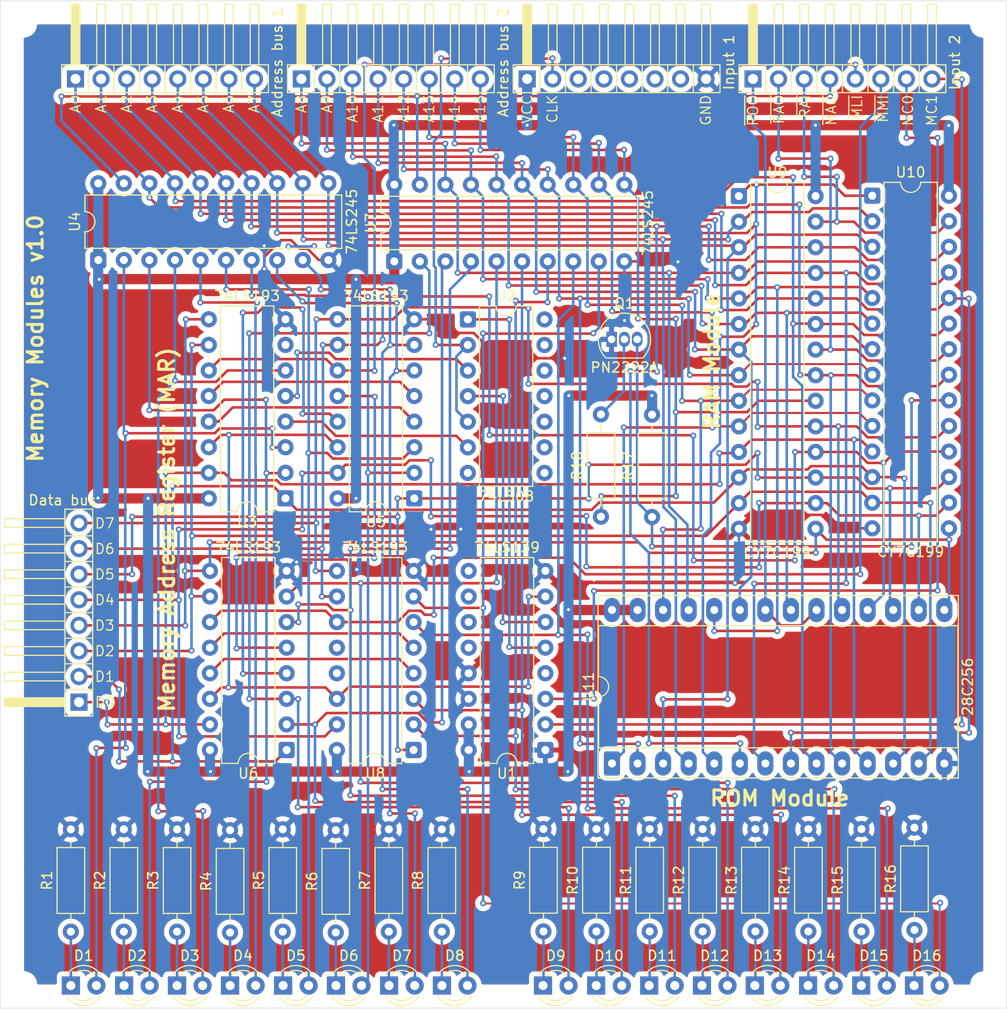
<source format=kicad_pcb>
(kicad_pcb (version 20241229) (generator "pcbnew") (generator_version "9.0")
  (title_block (title "Memory Modules") (date "2025-11-22") (rev "1.1") (company "Marco Vettigli"))
  (layers (0 "F.Cu" signal) (2 "B.Cu" signal) (13 "F.Paste" user) (15 "B.Paste" user) (5 "F.SilkS" user "F.Silkscreen") (7 "B.SilkS" user "B.Silkscreen") (1 "F.Mask" user) (3 "B.Mask" user) (25 "Edge.Cuts" user))
  (net 0 "")
  (net 1 "/A0")
  (net 2 "Net-(D1-K)")
  (net 3 "Net-(D2-K)")
  (net 4 "/A1")
  (net 5 "Net-(D3-K)")
  (net 6 "/A2")
  (net 7 "/A3")
  (net 8 "Net-(D4-K)")
  (net 9 "/A4")
  (net 10 "Net-(D5-K)")
  (net 11 "Net-(D6-K)")
  (net 12 "/A5")
  (net 13 "/A6")
  (net 14 "Net-(D7-K)")
  (net 15 "/A7")
  (net 16 "Net-(D8-K)")
  (net 17 "/A8")
  (net 18 "Net-(D9-K)")
  (net 19 "/A9")
  (net 20 "Net-(D10-K)")
  (net 21 "/A10")
  (net 22 "Net-(D11-K)")
  (net 23 "Net-(D12-K)")
  (net 24 "/A11")
  (net 25 "/A12")
  (net 26 "Net-(D13-K)")
  (net 27 "/A13")
  (net 28 "Net-(D14-K)")
  (net 29 "Net-(D15-K)")
  (net 30 "/A14")
  (net 31 "/A15")
  (net 32 "Net-(D16-K)")
  (net 33 "/D6")
  (net 34 "/D3")
  (net 35 "/D7")
  (net 36 "/D4")
  (net 37 "/D5")
  (net 38 "/D1")
  (net 39 "/D0")
  (net 40 "/D2")
  (net 41 "/GND")
  (net 45 "/VCC")
  (net 46 "/CLK")
  (net 49 "/~{ROO}")
  (net 50 "/~{MLI}")
  (net 51 "/~{RAO}")
  (net 52 "/~{RAI}")
  (net 53 "Net-(Q1-B)")
  (net 54 "Net-(Q1-C)")
  (net 55 "/MC1")
  (net 56 "/~{MAO}")
  (net 57 "/MC0")
  (net 58 "/~{MMI}")
  (net 59 "Net-(D1-A)")
  (net 60 "Net-(D2-A)")
  (net 61 "Net-(D3-A)")
  (net 62 "Net-(D4-A)")
  (net 63 "Net-(D5-A)")
  (net 64 "Net-(D6-A)")
  (net 65 "Net-(D7-A)")
  (net 66 "Net-(D8-A)")
  (net 67 "Net-(D9-A)")
  (net 68 "Net-(D10-A)")
  (net 69 "Net-(D11-A)")
  (net 70 "Net-(D12-A)")
  (net 71 "Net-(D13-A)")
  (net 72 "Net-(D14-A)")
  (net 73 "Net-(D15-A)")
  (net 74 "Net-(D16-A)")
  (net 75 "Net-(U1A-O3)")
  (net 76 "Net-(U1A-O1)")
  (net 77 "Net-(U1A-O2)")
  (net 83 "Net-(U3-UP)")
  (net 84 "Net-(U3-DOWN)")
  (net 85 "Net-(U3-~{BO})")
  (net 87 "Net-(U3-~{CO})")
  (net 88 "Net-(U6-~{BO})")
  (net 89 "Net-(U6-~{CO})")
  (net 90 "Net-(U5-~{BO})")
  (net 91 "Net-(U5-~{CO})")
  (footprint "Resistor_THT:R_Axial_DIN0207_L6.3mm_D2.5mm_P10.16mm_Horizontal" (layer "F.Cu") (at 67.5575 135.414678 90)
    (property "Reference" "R3")
    (property "Value" "220")
  )
  (footprint "LED_THT:LED_D3.0mm" (layer "F.Cu") (at 135.535 140.765)
    (property "Reference" "D15")
    (property "Value" "GREEN")
  )
  (footprint "Resistor_THT:R_Axial_DIN0207_L6.3mm_D2.5mm_P10.16mm_Horizontal" (layer "F.Cu") (at 103.95857 135.390953 90)
    (property "Reference" "R9")
    (property "Value" "220")
  )
  (footprint "LED_THT:LED_D3.0mm" (layer "F.Cu") (at 114.465 140.765)
    (property "Reference" "D11")
    (property "Value" "GREEN")
  )
  (footprint "LED_THT:LED_D3.0mm" (layer "F.Cu") (at 124.96 140.765)
    (property "Reference" "D13")
    (property "Value" "GREEN")
  )
  (footprint "Resistor_THT:R_Axial_DIN0207_L6.3mm_D2.5mm_P10.16mm_Horizontal" (layer "F.Cu") (at 119.780168 135.390953 90)
    (property "Reference" "R12")
    (property "Value" "220")
  )
  (footprint "MountingHole:MountingHole_2.1mm" (layer "F.Cu") (at 147.652175 140.657186)
    (property "Reference" "REF**" (hide yes))
    (property "Value" "MountingHole_2.1mm" (hide yes))
  )
  (footprint "Package_DIP:DIP-16_W7.62mm" (layer "F.Cu") (at 78.33 92.4 180)
    (property "Reference" "U3")
    (property "Value" "74LS193")
  )
  (footprint "LED_THT:LED_D3.0mm" (layer "F.Cu") (at 67.555 140.765)
    (property "Reference" "D3")
    (property "Value" "GREEN")
  )
  (footprint "MountingHole:MountingHole_2.1mm" (layer "F.Cu") (at 52.34 45.35)
    (property "Reference" "REF**" (hide yes))
    (property "Value" "MountingHole_2.1mm" (hide yes))
  )
  (footprint "Resistor_THT:R_Axial_DIN0207_L6.3mm_D2.5mm_P10.16mm_Horizontal" (layer "F.Cu") (at 78.05867 135.414678 90)
    (property "Reference" "R5")
    (property "Value" "220")
  )
  (footprint "LED_THT:LED_D3.0mm" (layer "F.Cu") (at 72.825 140.765)
    (property "Reference" "D4")
    (property "Value" "GREEN")
  )
  (footprint "LED_THT:LED_D3.0mm" (layer "F.Cu") (at 140.785 140.765)
    (property "Reference" "D16")
    (property "Value" "GREEN")
  )
  (footprint "Package_DIP:DIP-20_W7.62mm" (layer "F.Cu") (at 89.14 68.87 90)
    (property "Reference" "U7")
    (property "Value" "74LS245")
  )
  (footprint "Custom:PinHeader_1x08_P2.54mm_Horizontal" (layer "F.Cu") (at 79.91 53.505 90)
    (property "Reference" "J3" (hide yes))
    (property "Value" "Address bus 2")
  )
  (footprint "LED_THT:LED_D3.0mm" (layer "F.Cu") (at 78.095 140.765)
    (property "Reference" "D5")
    (property "Value" "GREEN")
  )
  (footprint "Package_DIP:DIP-14_W7.62mm" (layer "F.Cu") (at 96.445 74.63)
    (property "Reference" "U2")
    (property "Value" "74LS08")
  )
  (footprint "Resistor_THT:R_Axial_DIN0207_L6.3mm_D2.5mm_P10.16mm_Horizontal" (layer "F.Cu") (at 130.281338 135.390953 90)
    (property "Reference" "R14")
    (property "Value" "220")
  )
  (footprint "Resistor_THT:R_Axial_DIN0207_L6.3mm_D2.5mm_P10.16mm_Horizontal" (layer "F.Cu") (at 62.269098 135.414678 90)
    (property "Reference" "R2")
    (property "Value" "220")
  )
  (footprint "Package_DIP:DIP-28_W7.62mm" (layer "F.Cu") (at 123.38 62.39)
    (property "Reference" "U9")
    (property "Value" "CY7C199")
  )
  (footprint "LED_THT:LED_D3.0mm" (layer "F.Cu") (at 119.71 140.765)
    (property "Reference" "D12")
    (property "Value" "GREEN")
  )
  (footprint "LED_THT:LED_D3.0mm" (layer "F.Cu") (at 62.295 140.765)
    (property "Reference" "D2")
    (property "Value" "GREEN")
  )
  (footprint "Package_DIP:DIP-28_W15.24mm_Socket_LongPads" (layer "F.Cu") (at 110.77 118.72 90)
    (property "Reference" "U11")
    (property "Value" "28C256")
  )
  (footprint "MountingHole:MountingHole_2.1mm" (layer "F.Cu") (at 147.64 45.36)
    (property "Reference" "REF**" (hide yes))
    (property "Value" "MountingHole_2.1mm" (hide yes))
  )
  (footprint "Resistor_THT:R_Axial_DIN0207_L6.3mm_D2.5mm_P10.16mm_Horizontal" (layer "F.Cu") (at 109.67 94.22 90)
    (property "Reference" "R18")
    (property "Value" "10K")
  )
  (footprint "Resistor_THT:R_Axial_DIN0207_L6.3mm_D2.5mm_P10.16mm_Horizontal" (layer "F.Cu") (at 109.225168 135.390953 90)
    (property "Reference" "R10")
    (property "Value" "220")
  )
  (footprint "Resistor_THT:R_Axial_DIN0207_L6.3mm_D2.5mm_P10.16mm_Horizontal" (layer "F.Cu") (at 88.598685 135.414678 90)
    (property "Reference" "R7")
    (property "Value" "220")
  )
  (footprint "Package_DIP:DIP-16_W7.62mm" (layer "F.Cu") (at 91.125 92.4 180)
    (property "Reference" "U5")
    (property "Value" "74LS193")
  )
  (footprint "LED_THT:LED_D3.0mm" (layer "F.Cu") (at 83.345 140.765)
    (property "Reference" "D6")
    (property "Value" "GREEN")
  )
  (footprint "Package_TO_SOT_THT:TO-92_Inline" (layer "F.Cu") (at 110.73 76.61)
    (property "Reference" "Q1")
    (property "Value" "PN2222A")
  )
  (footprint "LED_THT:LED_D3.0mm" (layer "F.Cu") (at 93.875 140.765)
    (property "Reference" "D8")
    (property "Value" "GREEN")
  )
  (footprint "Resistor_THT:R_Axial_DIN0207_L6.3mm_D2.5mm_P10.16mm_Horizontal" (layer "F.Cu") (at 93.865283 135.414678 90)
    (property "Reference" "R8")
    (property "Value" "220")
  )
  (footprint "Custom:PinHeader_1x08_P2.54mm_Horizontal" (layer "F.Cu") (at 60.565 112.63 180)
    (property "Reference" "J1" (hide yes))
    (property "Value" "Data bus")
  )
  (footprint "LED_THT:LED_D3.0mm" (layer "F.Cu") (at 88.625 140.765)
    (property "Reference" "D7")
    (property "Value" "GREEN")
  )
  (footprint "Resistor_THT:R_Axial_DIN0207_L6.3mm_D2.5mm_P10.16mm_Horizontal" (layer "F.Cu") (at 114.75 94.25 90)
    (property "Reference" "R17")
    (property "Value" "1K")
  )
  (footprint "Resistor_THT:R_Axial_DIN0207_L6.3mm_D2.5mm_P10.16mm_Horizontal" (layer "F.Cu") (at 83.325268 135.5 90)
    (property "Reference" "R6")
    (property "Value" "220")
  )
  (footprint "LED_THT:LED_D3.0mm" (layer "F.Cu") (at 57.005 140.765)
    (property "Reference" "D1")
    (property "Value" "GREEN")
  )
  (footprint "Resistor_THT:R_Axial_DIN0207_L6.3mm_D2.5mm_P10.16mm_Horizontal" (layer "F.Cu") (at 57.0025 135.414678 90)
    (property "Reference" "R1")
    (property "Value" "220")
  )
  (footprint "Resistor_THT:R_Axial_DIN0207_L6.3mm_D2.5mm_P10.16mm_Horizontal" (layer "F.Cu") (at 125.01474 135.390953 90)
    (property "Reference" "R13")
    (property "Value" "220")
  )
  (footprint "Resistor_THT:R_Axial_DIN0207_L6.3mm_D2.5mm_P10.16mm_Horizontal" (layer "F.Cu") (at 140.821353 135.25 90)
    (property "Reference" "R16")
    (property "Value" "220")
  )
  (footprint "Package_DIP:DIP-16_W7.62mm" (layer "F.Cu") (at 91.055 117.38 180)
    (property "Reference" "U8")
    (property "Value" "74LS193")
  )
  (footprint "Custom:PinHeader_1x08_P2.54mm_Horizontal" (layer "F.Cu") (at 102.34 53.505 90)
    (property "Reference" "J4" (hide yes))
    (property "Value" "Input 1")
  )
  (footprint "Custom:PinHeader_1x08_P2.54mm_Horizontal" (layer "F.Cu") (at 57.47 53.505 90)
    (property "Reference" "J2" (hide yes))
    (property "Value" "Address bus 1")
  )
  (footprint "Resistor_THT:R_Axial_DIN0207_L6.3mm_D2.5mm_P10.16mm_Horizontal" (layer "F.Cu") (at 114.51357 135.390953 90)
    (property "Reference" "R11")
    (property "Value" "220")
  )
  (footprint "Package_DIP:DIP-20_W7.62mm" (layer "F.Cu") (at 59.73 68.74 90)
    (property "Reference" "U4")
    (property "Value" "74LS245")
  )
  (footprint "LED_THT:LED_D3.0mm" (layer "F.Cu") (at 103.915 140.765)
    (property "Reference" "D9")
    (property "Value" "GREEN")
  )
  (footprint "Custom:PinHeader_1x08_P2.54mm_Horizontal" (layer "F.Cu") (at 124.78 53.505 90)
    (property "Reference" "J5" (hide yes))
    (property "Value" "Input 2")
  )
  (footprint "LED_THT:LED_D3.0mm" (layer "F.Cu") (at 109.205 140.765)
    (property "Reference" "D10")
    (property "Value" "GREEN")
  )
  (footprint "Package_DIP:DIP-16_W7.62mm" (layer "F.Cu") (at 104.15 117.38 180)
    (property "Reference" "U1")
    (property "Value" "74LS139")
  )
  (footprint "Resistor_THT:R_Axial_DIN0207_L6.3mm_D2.5mm_P10.16mm_Horizontal" (layer "F.Cu") (at 135.554755 135.390953 90)
    (property "Reference" "R15")
    (property "Value" "220")
  )
  (footprint "LED_THT:LED_D3.0mm" (layer "F.Cu") (at 130.255 140.765)
    (property "Reference" "D14")
    (property "Value" "GREEN")
  )
  (footprint "Package_DIP:DIP-16_W7.62mm" (layer "F.Cu") (at 78.445 117.38 180)
    (property "Reference" "U6")
    (property "Value" "74LS193")
  )
  (footprint "Resistor_THT:R_Axial_DIN0207_L6.3mm_D2.5mm_P10.16mm_Horizontal" (layer "F.Cu") (at 72.824098 135.5 90)
    (property "Reference" "R4")
    (property "Value" "220")
  )
  (footprint "Package_DIP:DIP-28_W7.62mm" (layer "F.Cu") (at 136.63 62.35)
    (property "Reference" "U10")
    (property "Value" "CY7C199")
  )
  (footprint "MountingHole:MountingHole_2.1mm" (layer "F.Cu") (at 52.352175 140.647186)
    (property "Reference" "REF**" (hide yes))
    (property "Value" "MountingHole_2.1mm" (hide yes))
  )
  (gr_rect (start 50 43) (end 150 143) (stroke (width 0.05)) (fill no) (layer "Edge.Cuts"))
  (gr_text "ROM Module" (at 120.35 123.05 0) (layer "F.SilkS") (effects (font (size 1.5 1.5) (thickness 0.3) (bold yes)) (justify left bottom)))
  (gr_text "Memory Address Register (MAR)" (at 67.42 113.78 90) (layer "F.SilkS") (effects (font (size 1.5 1.5) (thickness 0.3) (bold yes)) (justify left bottom)))
  (gr_text "Memory Modules v1.0" (at 54.35 88.97 90) (layer "F.SilkS") (effects (font (size 1.5 1.5) (thickness 0.3) (bold yes)) (justify left bottom)))
  (gr_text "RAM Module" (at 121.57 85.73 90) (layer "F.SilkS") (effects (font (size 1.5 1.5) (thickness 0.3) (bold yes)) (justify left bottom)))
  (segment (start 81.18 67.36) (end 81.27 67.45) (width 0.254) (layer "F.Cu") (net 0))
  (segment (start 78.63 67.41) (end 78.63 67.39) (width 0.254) (layer "F.Cu") (net 0))
  (via (at 81.18 67.36) (size 0.6) (drill 0.3) (layers "F.Cu" "B.Cu") (net 0))
  (via (at 78.63 67.39) (size 0.6) (drill 0.3) (layers "F.Cu" "B.Cu") (net 0))
  (segment (start 81.15 67.39) (end 81.18 67.36) (width 0.254) (layer "B.Cu") (net 0))
  (segment (start 78.63 67.39) (end 81.15 67.39) (width 0.254) (layer "B.Cu") (net 0))
  (segment (start 135.074767 80.17) (end 136.162767 81.258) (width 0.254) (layer "F.Cu") (net 1))
  (segment (start 124.176342 63.518) (end 124.465342 63.229) (width 0.254) (layer "F.Cu") (net 1))
  (segment (start 136.162767 81.258) (end 143.122 81.258) (width 0.254) (layer "F.Cu") (net 1))
  (segment (start 143.122 81.258) (end 144.25 80.13) (width 0.254) (layer "F.Cu") (net 1))
  (segment (start 132.52 80.17) (end 135.074767 80.17) (width 0.254) (layer "F.Cu") (net 1))
  (segment (start 64.82 62.54) (end 65.798 63.518) (width 0.254) (layer "F.Cu") (net 1))
  (segment (start 65.798 63.518) (end 124.176342 63.518) (width 0.254) (layer "F.Cu") (net 1))
  (segment (start 130.97 80.14) (end 131 80.17) (width 0.254) (layer "F.Cu") (net 1))
  (segment (start 131 80.17) (end 132.52 80.17) (width 0.254) (layer "F.Cu") (net 1))
  (segment (start 124.465342 63.229) (end 129.39 63.229) (width 0.254) (layer "F.Cu") (net 1))
  (segment (start 129.47 80.14) (end 130.97 80.14) (width 0.254) (layer "F.Cu") (net 1))
  (via (at 64.82 62.54) (size 0.6) (drill 0.3) (layers "F.Cu" "B.Cu") (net 1))
  (via (at 129.39 63.229) (size 0.6) (drill 0.3) (layers "F.Cu" "B.Cu") (net 1))
  (via (at 129.47 80.14) (size 0.6) (drill 0.3) (layers "F.Cu" "B.Cu") (net 1))
  (via (at 132.52 80.17) (size 0.6) (drill 0.3) (layers "F.Cu" "B.Cu") (net 1))
  (segment (start 132.502 117.592) (end 132.502 80.188) (width 0.254) (layer "B.Cu") (net 1))
  (segment (start 64.81 61.12) (end 64.81 62.53) (width 0.254) (layer "B.Cu") (net 1))
  (segment (start 64.81 61.12) (end 57.47 53.78) (width 0.254) (layer "B.Cu") (net 1))
  (segment (start 133.63 118.72) (end 132.502 117.592) (width 0.254) (layer "B.Cu") (net 1))
  (segment (start 57.47 53.78) (end 57.47 50.755) (width 0.254) (layer "B.Cu") (net 1))
  (segment (start 64.81 62.53) (end 64.82 62.54) (width 0.254) (layer "B.Cu") (net 1))
  (segment (start 129.39 63.229) (end 129.39 80.06) (width 0.254) (layer "B.Cu") (net 1))
  (segment (start 129.39 80.06) (end 129.47 80.14) (width 0.254) (layer "B.Cu") (net 1))
  (segment (start 57.0025 140.7625) (end 57.005 140.765) (width 0.254) (layer "B.Cu") (net 2))
  (segment (start 57.0025 135.414678) (end 57.0025 140.7625) (width 0.254) (layer "B.Cu") (net 2))
  (segment (start 62.269098 135.414678) (end 62.269098 140.739098) (width 0.254) (layer "B.Cu") (net 3))
  (segment (start 62.269098 140.739098) (end 62.295 140.765) (width 0.254) (layer "B.Cu") (net 3))
  (segment (start 128.763 75.05) (end 130.96 75.05) (width 0.254) (layer "F.Cu") (net 4))
  (segment (start 120.954658 62.891) (end 67.4 62.891) (width 0.254) (layer "F.Cu") (net 4))
  (segment (start 128.76 60.51) (end 123.335658 60.51) (width 0.254) (layer "F.Cu") (net 4))
  (segment (start 123.335658 60.51) (end 120.954658 62.891) (width 0.254) (layer "F.Cu") (net 4))
  (segment (start 143.122 76.178) (end 135.823284 76.178) (width 0.254) (layer "F.Cu") (net 4))
  (segment (start 134.735284 75.09) (end 131 75.09) (width 0.254) (layer "F.Cu") (net 4))
  (segment (start 135.823284 76.178) (end 134.735284 75.09) (width 0.254) (layer "F.Cu") (net 4))
  (segment (start 130.96 75.05) (end 131 75.09) (width 0.254) (layer "F.Cu") (net 4))
  (segment (start 144.25 75.05) (end 143.122 76.178) (width 0.254) (layer "F.Cu") (net 4))
  (via (at 67.4 62.891) (size 0.6) (drill 0.3) (layers "F.Cu" "B.Cu") (net 4))
  (via (at 128.76 60.51) (size 0.6) (drill 0.3) (layers "F.Cu" "B.Cu") (net 4))
  (via (at 128.763 75.05) (size 0.6) (drill 0.3) (layers "F.Cu" "B.Cu") (net 4))
  (segment (start 128.76 60.713) (end 128.763 60.716) (width 0.254) (layer "B.Cu") (net 4))
  (segment (start 60.01 53.505) (end 60.01 50.755) (width 0.254) (layer "B.Cu") (net 4))
  (segment (start 128.763 60.716) (end 128.763 75.05) (width 0.254) (layer "B.Cu") (net 4))
  (segment (start 128.76 60.51) (end 128.76 60.713) (width 0.254) (layer "B.Cu") (net 4))
  (segment (start 131.09 118.72) (end 129.678 117.308) (width 0.254) (layer "B.Cu") (net 4))
  (segment (start 67.35 61.12) (end 67.35 62.841) (width 0.254) (layer "B.Cu") (net 4))
  (segment (start 128.763 80.321127) (end 128.763 75.05) (width 0.254) (layer "B.Cu") (net 4))
  (segment (start 129.678 117.308) (end 129.678 81.236127) (width 0.254) (layer "B.Cu") (net 4))
  (segment (start 67.35 60.845) (end 67.35 61.12) (width 0.254) (layer "B.Cu") (net 4))
  (segment (start 67.35 62.841) (end 67.4 62.891) (width 0.254) (layer "B.Cu") (net 4))
  (segment (start 129.678 81.236127) (end 128.763 80.321127) (width 0.254) (layer "B.Cu") (net 4))
  (segment (start 60.01 53.505) (end 67.35 60.845) (width 0.254) (layer "B.Cu") (net 4))
  (segment (start 67.5575 135.414678) (end 67.5575 140.7625) (width 0.254) (layer "B.Cu") (net 5))
  (segment (start 67.5575 140.7625) (end 67.555 140.765) (width 0.254) (layer "B.Cu") (net 5))
  (segment (start 121.6 73.7) (end 124.164716 73.7) (width 0.254) (layer "F.Cu") (net 6))
  (segment (start 128.55 115.66) (end 146.24 115.66) (width 0.254) (layer "F.Cu") (net 6))
  (segment (start 135.074767 72.55) (end 136.162767 73.638) (width 0.254) (layer "F.Cu") (net 6))
  (segment (start 136.162767 73.638) (end 143.122 73.638) (width 0.254) (layer "F.Cu") (net 6))
  (segment (start 146.21 72.56) (end 144.3 72.56) (width 0.254) (layer "F.Cu") (net 6))
  (segment (start 124.164716 73.7) (end 125.314716 72.55) (width 0.254) (layer "F.Cu") (net 6))
  (segment (start 69.91 64.145) (end 121.64 64.145) (width 0.254) (layer "F.Cu") (net 6))
  (segment (start 143.122 73.638) (end 144.25 72.51) (width 0.254) (layer "F.Cu") (net 6))
  (segment (start 144.3 72.56) (end 144.25 72.51) (width 0.254) (layer "F.Cu") (net 6))
  (segment (start 131 72.55) (end 135.074767 72.55) (width 0.254) (layer "F.Cu") (net 6))
  (segment (start 125.314716 72.55) (end 131 72.55) (width 0.254) (layer "F.Cu") (net 6))
  (via (at 121.64 64.145) (size 0.6) (drill 0.3) (layers "F.Cu" "B.Cu") (net 6))
  (via (at 146.21 72.56) (size 0.6) (drill 0.3) (layers "F.Cu" "B.Cu") (net 6))
  (via (at 128.55 115.66) (size 0.6) (drill 0.3) (layers "F.Cu" "B.Cu") (net 6))
  (via (at 69.91 64.145) (size 0.6) (drill 0.3) (layers "F.Cu" "B.Cu") (net 6))
  (via (at 146.24 115.66) (size 0.6) (drill 0.3) (layers "F.Cu" "B.Cu") (net 6))
  (via (at 121.6 73.7) (size 0.6) (drill 0.3) (layers "F.Cu" "B.Cu") (net 6))
  (segment (start 62.55 53.505) (end 69.89 60.845) (width 0.254) (layer "B.Cu") (net 6))
  (segment (start 146.24 115.66) (end 146.24 72.59) (width 0.254) (layer "B.Cu") (net 6))
  (segment (start 128.55 115.66) (end 128.55 118.72) (width 0.254) (layer "B.Cu") (net 6))
  (segment (start 121.64 73.66) (end 121.6 73.7) (width 0.254) (layer "B.Cu") (net 6))
  (segment (start 121.64 64.145) (end 121.64 73.66) (width 0.254) (layer "B.Cu") (net 6))
  (segment (start 69.89 61.12) (end 69.89 64.125) (width 0.254) (layer "B.Cu") (net 6))
  (segment (start 69.89 64.125) (end 69.91 64.145) (width 0.254) (layer "B.Cu") (net 6))
  (segment (start 69.89 60.845) (end 69.89 61.12) (width 0.254) (layer "B.Cu") (net 6))
  (segment (start 146.24 72.59) (end 146.21 72.56) (width 0.254) (layer "B.Cu") (net 6))
  (segment (start 62.55 53.505) (end 62.55 50.755) (width 0.254) (layer "B.Cu") (net 6))
  (segment (start 134.03 70.01) (end 131 70.01) (width 0.254) (layer "F.Cu") (net 7))
  (segment (start 133.98 100.86) (end 134.03 100.81) (width 0.254) (layer "F.Cu") (net 7))
  (segment (start 125.314716 70.01) (end 131 70.01) (width 0.254) (layer "F.Cu") (net 7))
  (segment (start 124.094716 71.23) (end 125.314716 70.01) (width 0.254) (layer "F.Cu") (net 7))
  (segment (start 136.118 71.098) (end 135.03 70.01) (width 0.254) (layer "F.Cu") (net 7))
  (segment (start 144.25 69.97) (end 143.122 71.098) (width 0.254) (layer "F.Cu") (net 7))
  (segment (start 121.24 71.24) (end 121.25 71.23) (width 0.254) (layer "F.Cu") (net 7))
  (segment (start 121.25 71.23) (end 124.094716 71.23) (width 0.254) (layer "F.Cu") (net 7))
  (segment (start 135.03 70.01) (end 134.03 70.01) (width 0.254) (layer "F.Cu") (net 7))
  (segment (start 124.9 100.86) (end 133.98 100.86) (width 0.254) (layer "F.Cu") (net 7))
  (segment (start 121.013 71.24) (end 121.24 71.24) (width 0.254) (layer "F.Cu") (net 7))
  (segment (start 72.41 64.772) (end 121.013 64.772) (width 0.254) (layer "F.Cu") (net 7))
  (segment (start 143.122 71.098) (end 136.118 71.098) (width 0.254) (layer "F.Cu") (net 7))
  (via (at 134.03 100.81) (size 0.6) (drill 0.3) (layers "F.Cu" "B.Cu") (net 7))
  (via (at 121.013 71.24) (size 0.6) (drill 0.3) (layers "F.Cu" "B.Cu") (net 7))
  (via (at 134.03 70.01) (size 0.6) (drill 0.3) (layers "F.Cu" "B.Cu") (net 7))
  (via (at 124.9 100.86) (size 0.6) (drill 0.3) (layers "F.Cu" "B.Cu") (net 7))
  (via (at 72.41 64.772) (size 0.6) (drill 0.3) (layers "F.Cu" "B.Cu") (net 7))
  (via (at 121.013 64.772) (size 0.6) (drill 0.3) (layers "F.Cu" "B.Cu") (net 7))
  (segment (start 124.882 100.878) (end 124.9 100.86) (width 0.254) (layer "B.Cu") (net 7))
  (segment (start 124.882 101.286873) (end 124.882 100.878) (width 0.254) (layer "B.Cu") (net 7))
  (segment (start 65.09 53.505) (end 72.43 60.845) (width 0.254) (layer "B.Cu") (net 7))
  (segment (start 72.43 64.752) (end 72.41 64.772) (width 0.254) (layer "B.Cu") (net 7))
  (segment (start 72.43 61.12) (end 72.43 64.752) (width 0.254) (layer "B.Cu") (net 7))
  (segment (start 124.882 117.592) (end 124.882 101.286873) (width 0.254) (layer "B.Cu") (net 7))
  (segment (start 65.09 53.505) (end 65.09 50.755) (width 0.254) (layer "B.Cu") (net 7))
  (segment (start 72.43 60.845) (end 72.43 61.12) (width 0.254) (layer "B.Cu") (net 7))
  (segment (start 126.01 118.72) (end 124.882 117.592) (width 0.254) (layer "B.Cu") (net 7))
  (segment (start 121.013 71.24) (end 121.013 64.772) (width 0.254) (layer "B.Cu") (net 7))
  (segment (start 134.03 100.81) (end 134.03 70.01) (width 0.254) (layer "B.Cu") (net 7))
  (segment (start 72.824098 140.764098) (end 72.825 140.765) (width 0.254) (layer "B.Cu") (net 8))
  (segment (start 72.824098 135.5) (end 72.824098 140.764098) (width 0.254) (layer "B.Cu") (net 8))
  (segment (start 74.91 65.399) (end 115.22 65.399) (width 0.254) (layer "F.Cu") (net 9))
  (segment (start 115.22 65.399) (end 120.386 65.399) (width 0.254) (layer "F.Cu") (net 9))
  (segment (start 125.314716 67.47) (end 131 67.47) (width 0.254) (layer "F.Cu") (net 9))
  (segment (start 134.93 67.47) (end 136.19 68.73) (width 0.254) (layer "F.Cu") (net 9))
  (segment (start 115.201 79.77) (end 115.251 79.82) (width 0.254) (layer "F.Cu") (net 9))
  (segment (start 114.43 116.72) (end 123.52 116.72) (width 0.254) (layer "F.Cu") (net 9))
  (segment (start 112.6 79.77) (end 115.201 79.77) (width 0.254) (layer "F.Cu") (net 9))
  (segment (start 136.19 68.73) (end 142.95 68.73) (width 0.254) (layer "F.Cu") (net 9))
  (segment (start 124.054716 68.73) (end 125.314716 67.47) (width 0.254) (layer "F.Cu") (net 9))
  (segment (start 142.95 68.73) (end 144.25 67.43) (width 0.254) (layer "F.Cu") (net 9))
  (segment (start 131 67.47) (end 134.93 67.47) (width 0.254) (layer "F.Cu") (net 9))
  (segment (start 120.386 68.73) (end 124.054716 68.73) (width 0.254) (layer "F.Cu") (net 9))
  (via (at 120.386 68.73) (size 0.6) (drill 0.3) (layers "F.Cu" "B.Cu") (net 9))
  (via (at 112.6 79.77) (size 0.6) (drill 0.3) (layers "F.Cu" "B.Cu") (net 9))
  (via (at 74.91 65.399) (size 0.6) (drill 0.3) (layers "F.Cu" "B.Cu") (net 9))
  (via (at 120.386 65.399) (size 0.6) (drill 0.3) (layers "F.Cu" "B.Cu") (net 9))
  (via (at 123.52 116.72) (size 0.6) (drill 0.3) (layers "F.Cu" "B.Cu") (net 9))
  (via (at 114.43 116.72) (size 0.6) (drill 0.3) (layers "F.Cu" "B.Cu") (net 9))
  (via (at 115.22 65.399) (size 0.6) (drill 0.3) (layers "F.Cu" "B.Cu") (net 9))
  (via (at 115.251 79.82) (size 0.6) (drill 0.3) (layers "F.Cu" "B.Cu") (net 9))
  (segment (start 67.63 53.505) (end 74.97 60.845) (width 0.254) (layer "B.Cu") (net 9))
  (segment (start 123.52 116.72) (end 123.47 116.77) (width 0.254) (layer "B.Cu") (net 9))
  (segment (start 114.43 116.44) (end 114.438 116.432) (width 0.254) (layer "B.Cu") (net 9))
  (segment (start 74.97 61.12) (end 74.97 65.339) (width 0.254) (layer "B.Cu") (net 9))
  (segment (start 114.438 116.432) (end 114.438 97.786127) (width 0.254) (layer "B.Cu") (net 9))
  (segment (start 120.386 65.399) (end 120.386 68.73) (width 0.254) (layer "B.Cu") (net 9))
  (segment (start 114.43 116.72) (end 114.43 116.44) (width 0.254) (layer "B.Cu") (net 9))
  (segment (start 74.97 60.845) (end 74.97 61.12) (width 0.254) (layer "B.Cu") (net 9))
  (segment (start 115.192 65.427) (end 115.22 65.399) (width 0.254) (layer "B.Cu") (net 9))
  (segment (start 67.63 53.505) (end 67.63 50.755) (width 0.254) (layer "B.Cu") (net 9))
  (segment (start 74.97 65.339) (end 74.91 65.399) (width 0.254) (layer "B.Cu") (net 9))
  (segment (start 115.192 79.761) (end 115.192 65.427) (width 0.254) (layer "B.Cu") (net 9))
  (segment (start 115.251 79.82) (end 115.192 79.761) (width 0.254) (layer "B.Cu") (net 9))
  (segment (start 112.6 95.948127) (end 112.6 79.77) (width 0.254) (layer "B.Cu") (net 9))
  (segment (start 123.47 116.77) (end 123.47 118.72) (width 0.254) (layer "B.Cu") (net 9))
  (segment (start 114.438 97.786127) (end 112.6 95.948127) (width 0.254) (layer "B.Cu") (net 9))
  (segment (start 78.05867 135.414678) (end 78.05867 140.72867) (width 0.254) (layer "B.Cu") (net 10))
  (segment (start 78.05867 140.72867) (end 78.095 140.765) (width 0.254) (layer "B.Cu") (net 10))
  (segment (start 83.325268 140.745268) (end 83.345 140.765) (width 0.254) (layer "B.Cu") (net 11))
  (segment (start 83.325268 135.5) (end 83.325268 140.745268) (width 0.254) (layer "B.Cu") (net 11))
  (segment (start 125.034 61.29) (end 124.48 61.29) (width 0.254) (layer "F.Cu") (net 12))
  (segment (start 125.126 61.25) (end 125.074 61.25) (width 0.254) (layer "F.Cu") (net 12))
  (segment (start 125.084716 65.16) (end 125.1 65.16) (width 0.254) (layer "F.Cu") (net 12))
  (segment (start 125.074 61.25) (end 125.034 61.29) (width 0.254) (layer "F.Cu") (net 12))
  (segment (start 123.84 76.35) (end 121.5 76.35) (width 0.254) (layer "F.Cu") (net 12))
  (segment (start 77.49 66.026) (end 77.522 66.058) (width 0.254) (layer "F.Cu") (net 12))
  (segment (start 125.1 75.09) (end 123.84 76.35) (width 0.254) (layer "F.Cu") (net 12))
  (segment (start 132.788873 61.25) (end 133.888873 62.35) (width 0.254) (layer "F.Cu") (net 12))
  (segment (start 125.126 61.25) (end 132.788873 61.25) (width 0.254) (layer "F.Cu") (net 12))
  (segment (start 77.522 66.058) (end 124.186716 66.058) (width 0.254) (layer "F.Cu") (net 12))
  (segment (start 133.888873 62.35) (end 136.63 62.35) (width 0.254) (layer "F.Cu") (net 12))
  (segment (start 124.48 61.29) (end 123.38 62.39) (width 0.254) (layer "F.Cu") (net 12))
  (segment (start 124.186716 66.058) (end 125.084716 65.16) (width 0.254) (layer "F.Cu") (net 12))
  (via (at 125.1 75.09) (size 0.6) (drill 0.3) (layers "F.Cu" "B.Cu") (net 12))
  (via (at 121.5 76.35) (size 0.6) (drill 0.3) (layers "F.Cu" "B.Cu") (net 12))
  (via (at 125.1 65.16) (size 0.6) (drill 0.3) (layers "F.Cu" "B.Cu") (net 12))
  (via (at 125.126 61.25) (size 0.6) (drill 0.3) (layers "F.Cu" "B.Cu") (net 12))
  (via (at 77.49 66.026) (size 0.6) (drill 0.3) (layers "F.Cu" "B.Cu") (net 12))
  (segment (start 125.07 74.82) (end 125.07 65.19) (width 0.254) (layer "B.Cu") (net 12))
  (segment (start 77.51 66.006) (end 77.49 66.026) (width 0.254) (layer "B.Cu") (net 12))
  (segment (start 125.07 65.19) (end 125.1 65.16) (width 0.254) (layer "B.Cu") (net 12))
  (segment (start 125.126 61.33) (end 125.1 61.356) (width 0.254) (layer "B.Cu") (net 12))
  (segment (start 125.1 74.85) (end 125.07 74.82) (width 0.254) (layer "B.Cu") (net 12))
  (segment (start 120.61 87.841873) (end 121.5 86.951873) (width 0.254) (layer "B.Cu") (net 12))
  (segment (start 119.802 117.592) (end 119.802 96.096127) (width 0.254) (layer "B.Cu") (net 12))
  (segment (start 125.126 61.25) (end 125.126 61.33) (width 0.254) (layer "B.Cu") (net 12))
  (segment (start 70.17 53.505) (end 77.51 60.845) (width 0.254) (layer "B.Cu") (net 12))
  (segment (start 125.1 75.09) (end 125.1 74.85) (width 0.254) (layer "B.Cu") (net 12))
  (segment (start 120.93 118.72) (end 119.802 117.592) (width 0.254) (layer "B.Cu") (net 12))
  (segment (start 120.61 95.288127) (end 120.61 87.841873) (width 0.254) (layer "B.Cu") (net 12))
  (segment (start 77.51 60.845) (end 77.51 61.12) (width 0.254) (layer "B.Cu") (net 12))
  (segment (start 121.5 86.951873) (end 121.5 76.35) (width 0.254) (layer "B.Cu") (net 12))
  (segment (start 70.17 53.505) (end 70.17 50.755) (width 0.254) (layer "B.Cu") (net 12))
  (segment (start 77.51 61.12) (end 77.51 66.006) (width 0.254) (layer "B.Cu") (net 12))
  (segment (start 119.802 96.096127) (end 120.61 95.288127) (width 0.254) (layer "B.Cu") (net 12))
  (segment (start 125.1 61.356) (end 125.1 65.16) (width 0.254) (layer "B.Cu") (net 12))
  (segment (start 130.724767 63.61) (end 135.35 63.61) (width 0.254) (layer "F.Cu") (net 13))
  (segment (start 123.73 64.93) (end 124.68 63.98) (width 0.254) (layer "F.Cu") (net 13))
  (segment (start 130.354767 63.98) (end 130.724767 63.61) (width 0.254) (layer "F.Cu") (net 13))
  (segment (start 123.38 64.93) (end 123.73 64.93) (width 0.254) (layer "F.Cu") (net 13))
  (segment (start 115.82 66.685) (end 122.31 66.685) (width 0.254) (layer "F.Cu") (net 13))
  (segment (start 124.68 63.98) (end 130.354767 63.98) (width 0.254) (layer "F.Cu") (net 13))
  (segment (start 135.35 63.61) (end 136.63 64.89) (width 0.254) (layer "F.Cu") (net 13))
  (segment (start 80.12 66.685) (end 115.82 66.685) (width 0.254) (layer "F.Cu") (net 13))
  (via (at 122.31 66.685) (size 0.6) (drill 0.3) (layers "F.Cu" "B.Cu") (net 13))
  (via (at 115.82 66.685) (size 0.6) (drill 0.3) (layers "F.Cu" "B.Cu") (net 13))
  (via (at 80.12 66.685) (size 0.6) (drill 0.3) (layers "F.Cu" "B.Cu") (net 13))
  (segment (start 72.71 53.505) (end 72.71 50.755) (width 0.254) (layer "B.Cu") (net 13))
  (segment (start 122.31 66) (end 123.38 64.93) (width 0.254) (layer "B.Cu") (net 13))
  (segment (start 80.05 61.12) (end 80.05 66.615) (width 0.254) (layer "B.Cu") (net 13))
  (segment (start 115.878 70.326127) (end 115.82 70.268127) (width 0.254) (layer "B.Cu") (net 13))
  (segment (start 117.113266 117.443266) (end 117.113266 94.496734) (width 0.254) (layer "B.Cu") (net 13))
  (segment (start 80.05 60.845) (end 80.05 61.12) (width 0.254) (layer "B.Cu") (net 13))
  (segment (start 80.05 66.615) (end 80.12 66.685) (width 0.254) (layer "B.Cu") (net 13))
  (segment (start 117.113266 94.496734) (end 115.878 93.261468) (width 0.254) (layer "B.Cu") (net 13))
  (segment (start 72.71 53.505) (end 80.05 60.845) (width 0.254) (layer "B.Cu") (net 13))
  (segment (start 115.82 70.268127) (end 115.82 66.685) (width 0.254) (layer "B.Cu") (net 13))
  (segment (start 122.31 66.685) (end 122.31 66) (width 0.254) (layer "B.Cu") (net 13))
  (segment (start 115.878 93.261468) (end 115.878 70.326127) (width 0.254) (layer "B.Cu") (net 13))
  (segment (start 118.39 118.72) (end 117.113266 117.443266) (width 0.254) (layer "B.Cu") (net 13))
  (segment (start 88.598685 140.738685) (end 88.625 140.765) (width 0.254) (layer "B.Cu") (net 14))
  (segment (start 88.598685 135.414678) (end 88.598685 140.738685) (width 0.254) (layer "B.Cu") (net 14))
  (segment (start 122.049873 67.313) (end 122.570127 67.313) (width 0.254) (layer "F.Cu") (net 15))
  (segment (start 136.36 67.43) (end 136.63 67.43) (width 0.254) (layer "F.Cu") (net 15))
  (segment (start 115.546873 67.3) (end 115.559873 67.313) (width 0.254) (layer "F.Cu") (net 15))
  (segment (start 115.559873 67.313) (end 116.080127 67.313) (width 0.254) (layer "F.Cu") (net 15))
  (segment (start 125.03 66.22) (end 135.15 66.22) (width 0.254) (layer "F.Cu") (net 15))
  (segment (start 135.15 66.22) (end 136.36 67.43) (width 0.254) (layer "F.Cu") (net 15))
  (segment (start 82.632 67.3) (end 115.546873 67.3) (width 0.254) (layer "F.Cu") (net 15))
  (segment (start 122.570127 67.313) (end 122.583127 67.3) (width 0.254) (layer "F.Cu") (net 15))
  (segment (start 123.78 67.47) (end 125.03 66.22) (width 0.254) (layer "F.Cu") (net 15))
  (segment (start 123.21 67.3) (end 123.38 67.47) (width 0.254) (layer "F.Cu") (net 15))
  (segment (start 123.38 67.47) (end 123.78 67.47) (width 0.254) (layer "F.Cu") (net 15))
  (segment (start 122.583127 67.3) (end 123.21 67.3) (width 0.254) (layer "F.Cu") (net 15))
  (segment (start 82.62 67.312) (end 82.632 67.3) (width 0.254) (layer "F.Cu") (net 15))
  (segment (start 122.036873 67.3) (end 122.049873 67.313) (width 0.254) (layer "F.Cu") (net 15))
  (segment (start 122.22 112.35) (end 122.252 112.318) (width 0.254) (layer "F.Cu") (net 15))
  (segment (start 116.080127 67.313) (end 116.093127 67.3) (width 0.254) (layer "F.Cu") (net 15))
  (segment (start 116.093127 67.3) (end 122.036873 67.3) (width 0.254) (layer "F.Cu") (net 15))
  (segment (start 115.85 112.35) (end 122.22 112.35) (width 0.254) (layer "F.Cu") (net 15))
  (via (at 82.62 67.312) (size 0.6) (drill 0.3) (layers "F.Cu" "B.Cu") (net 15))
  (via (at 115.85 112.35) (size 0.6) (drill 0.3) (layers "F.Cu" "B.Cu") (net 15))
  (via (at 122.252 112.318) (size 0.6) (drill 0.3) (layers "F.Cu" "B.Cu") (net 15))
  (segment (start 122.252 68.598) (end 123.38 67.47) (width 0.254) (layer "B.Cu") (net 15))
  (segment (start 82.59 60.845) (end 82.59 61.12) (width 0.254) (layer "B.Cu") (net 15))
  (segment (start 122.252 112.318) (end 122.252 68.598) (width 0.254) (layer "B.Cu") (net 15))
  (segment (start 82.59 67.282) (end 82.62 67.312) (width 0.254) (layer "B.Cu") (net 15))
  (segment (start 75.25 53.505) (end 75.25 50.755) (width 0.254) (layer "B.Cu") (net 15))
  (segment (start 75.25 53.505) (end 82.59 60.845) (width 0.254) (layer "B.Cu") (net 15))
  (segment (start 82.59 61.12) (end 82.59 67.282) (width 0.254) (layer "B.Cu") (net 15))
  (segment (start 115.85 118.72) (end 115.85 112.35) (width 0.254) (layer "B.Cu") (net 15))
  (segment (start 93.865283 135.414678) (end 93.865283 140.755283) (width 0.254) (layer "B.Cu") (net 16))
  (segment (start 93.865283 140.755283) (end 93.875 140.765) (width 0.254) (layer "B.Cu") (net 16))
  (segment (start 116.45 70.01) (end 123.38 70.01) (width 0.254) (layer "F.Cu") (net 17))
  (segment (start 125.218 68.882) (end 135.542 68.882) (width 0.254) (layer "F.Cu") (net 17))
  (segment (start 95.44 70.01) (end 101.75 70.01) (width 0.254) (layer "F.Cu") (net 17))
  (segment (start 101.75 70.01) (end 116.45 70.01) (width 0.254) (layer "F.Cu") (net 17))
  (segment (start 79.93 57.16) (end 94.18 57.16) (width 0.254) (layer "F.Cu") (net 17))
  (segment (start 94.18 57.16) (end 94.2 57.18) (width 0.254) (layer "F.Cu") (net 17))
  (segment (start 124.09 70.01) (end 125.218 68.882) (width 0.254) (layer "F.Cu") (net 17))
  (segment (start 135.542 68.882) (end 136.63 69.97) (width 0.254) (layer "F.Cu") (net 17))
  (segment (start 123.38 70.01) (end 124.09 70.01) (width 0.254) (layer "F.Cu") (net 17))
  (via (at 94.2 57.18) (size 0.6) (drill 0.3) (layers "F.Cu" "B.Cu") (net 17))
  (via (at 79.93 57.16) (size 0.6) (drill 0.3) (layers "F.Cu" "B.Cu") (net 17))
  (via (at 116.45 70.01) (size 0.6) (drill 0.3) (layers "F.Cu" "B.Cu") (net 17))
  (via (at 95.44 70.01) (size 0.6) (drill 0.3) (layers "F.Cu" "B.Cu") (net 17))
  (segment (start 118.262 95.002) (end 116.45 93.19) (width 0.254) (layer "B.Cu") (net 17))
  (segment (start 79.91 57.14) (end 79.91 50.755) (width 0.254) (layer "B.Cu") (net 17))
  (segment (start 95.44 70.01) (end 95.44 62.47) (width 0.254) (layer "B.Cu") (net 17))
  (segment (start 95.44 62.47) (end 94.22 61.25) (width 0.254) (layer "B.Cu") (net 17))
  (segment (start 94.2 57.18) (end 94.22 57.2) (width 0.254) (layer "B.Cu") (net 17))
  (segment (start 118.262 103.352) (end 118.262 95.002) (width 0.254) (layer "B.Cu") (net 17))
  (segment (start 116.45 93.19) (end 116.45 70.01) (width 0.254) (layer "B.Cu") (net 17))
  (segment (start 118.39 103.48) (end 118.262 103.352) (width 0.254) (layer "B.Cu") (net 17))
  (segment (start 79.93 57.16) (end 79.91 57.14) (width 0.254) (layer "B.Cu") (net 17))
  (segment (start 94.22 57.2) (end 94.22 61.25) (width 0.254) (layer "B.Cu") (net 17))
  (segment (start 103.95857 135.390953) (end 103.95857 140.72143) (width 0.254) (layer "B.Cu") (net 18))
  (segment (start 103.95857 140.72143) (end 103.915 140.765) (width 0.254) (layer "B.Cu") (net 18))
  (segment (start 135.542 71.422) (end 136.63 72.51) (width 0.254) (layer "F.Cu") (net 19))
  (segment (start 124.13 72.55) (end 123.38 72.55) (width 0.254) (layer "F.Cu") (net 19))
  (segment (start 125.231 71.449) (end 124.13 72.55) (width 0.254) (layer "F.Cu") (net 19))
  (segment (start 82.44 57.787) (end 82.503 57.85) (width 0.254) (layer "F.Cu") (net 19))
  (segment (start 97.95 70.637) (end 120.28 70.637) (width 0.254) (layer "F.Cu") (net 19))
  (segment (start 127.217 71.422) (end 135.542 71.422) (width 0.254) (layer "F.Cu") (net 19))
  (segment (start 120.34 72.55) (end 123.38 72.55) (width 0.254) (layer "F.Cu") (net 19))
  (segment (start 127.19 71.449) (end 125.231 71.449) (width 0.254) (layer "F.Cu") (net 19))
  (segment (start 120.93 105.56) (end 127.19 105.56) (width 0.254) (layer "F.Cu") (net 19))
  (segment (start 120.28 72.49) (end 120.34 72.55) (width 0.254) (layer "F.Cu") (net 19))
  (segment (start 127.19 71.449) (end 127.217 71.422) (width 0.254) (layer "F.Cu") (net 19))
  (segment (start 82.503 57.85) (end 96.76 57.85) (width 0.254) (layer "F.Cu") (net 19))
  (via (at 120.93 105.56) (size 0.6) (drill 0.3) (layers "F.Cu" "B.Cu") (net 19))
  (via (at 82.44 57.787) (size 0.6) (drill 0.3) (layers "F.Cu" "B.Cu") (net 19))
  (via (at 127.19 105.56) (size 0.6) (drill 0.3) (layers "F.Cu" "B.Cu") (net 19))
  (via (at 96.76 57.85) (size 0.6) (drill 0.3) (layers "F.Cu" "B.Cu") (net 19))
  (via (at 97.95 70.637) (size 0.6) (drill 0.3) (layers "F.Cu" "B.Cu") (net 19))
  (via (at 127.19 71.449) (size 0.6) (drill 0.3) (layers "F.Cu" "B.Cu") (net 19))
  (via (at 120.28 70.637) (size 0.6) (drill 0.3) (layers "F.Cu" "B.Cu") (net 19))
  (via (at 120.28 72.49) (size 0.6) (drill 0.3) (layers "F.Cu" "B.Cu") (net 19))
  (segment (start 120.28 70.637) (end 120.28 72.49) (width 0.254) (layer "B.Cu") (net 19))
  (segment (start 82.45 57.777) (end 82.45 50.755) (width 0.254) (layer "B.Cu") (net 19))
  (segment (start 82.44 57.787) (end 82.45 57.777) (width 0.254) (layer "B.Cu") (net 19))
  (segment (start 120.93 103.48) (end 120.93 105.56) (width 0.254) (layer "B.Cu") (net 19))
  (segment (start 96.76 57.85) (end 96.76 61.25) (width 0.254) (layer "B.Cu") (net 19))
  (segment (start 97.95 62.44) (end 97.95 70.637) (width 0.254) (layer "B.Cu") (net 19))
  (segment (start 127.19 105.56) (end 127.19 71.449) (width 0.254) (layer "B.Cu") (net 19))
  (segment (start 96.76 61.25) (end 97.95 62.44) (width 0.254) (layer "B.Cu") (net 19))
  (segment (start 109.225168 135.390953) (end 109.225168 140.744832) (width 0.254) (layer "B.Cu") (net 20))
  (segment (start 109.225168 140.744832) (end 109.205 140.765) (width 0.254) (layer "B.Cu") (net 20))
  (segment (start 100.5 71.264) (end 119.617 71.264) (width 0.254) (layer "F.Cu") (net 21))
  (segment (start 128.163 73.962) (end 135.542 73.962) (width 0.254) (layer "F.Cu") (net 21))
  (segment (start 128.127 73.98) (end 125.1 73.98) (width 0.254) (layer "F.Cu") (net 21))
  (segment (start 125.1 73.98) (end 123.99 75.09) (width 0.254) (layer "F.Cu") (net 21))
  (segment (start 119.82 75.09) (end 123.38 75.09) (width 0.254) (layer "F.Cu") (net 21))
  (segment (start 119.77 75.04) (end 119.82 75.09) (width 0.254) (layer "F.Cu") (net 21))
  (segment (start 128.136 73.989) (end 128.163 73.962) (width 0.254) (layer "F.Cu") (net 21))
  (segment (start 119.617 71.264) (end 119.653 71.3) (width 0.254) (layer "F.Cu") (net 21))
  (segment (start 135.542 73.962) (end 136.63 75.05) (width 0.254) (layer "F.Cu") (net 21))
  (segment (start 99.243 58.477) (end 99.27 58.45) (width 0.254) (layer "F.Cu") (net 21))
  (segment (start 85.03 58.477) (end 99.243 58.477) (width 0.254) (layer "F.Cu") (net 21))
  (segment (start 128.136 73.989) (end 128.127 73.98) (width 0.254) (layer "F.Cu") (net 21))
  (segment (start 123.99 75.09) (end 123.38 75.09) (width 0.254) (layer "F.Cu") (net 21))
  (via (at 100.5 71.264) (size 0.6) (drill 0.3) (layers "F.Cu" "B.Cu") (net 21))
  (via (at 119.77 75.04) (size 0.6) (drill 0.3) (layers "F.Cu" "B.Cu") (net 21))
  (via (at 119.653 71.3) (size 0.6) (drill 0.3) (layers "F.Cu" "B.Cu") (net 21))
  (via (at 85.03 58.477) (size 0.6) (drill 0.3) (layers "F.Cu" "B.Cu") (net 21))
  (via (at 128.136 73.989) (size 0.6) (drill 0.3) (layers "F.Cu" "B.Cu") (net 21))
  (via (at 99.27 58.45) (size 0.6) (drill 0.3) (layers "F.Cu" "B.Cu") (net 21))
  (segment (start 128.135 73.99) (end 128.136 73.989) (width 0.254) (layer "B.Cu") (net 21))
  (segment (start 85.03 58.477) (end 84.99 58.437) (width 0.254) (layer "B.Cu") (net 21))
  (segment (start 84.99 58.437) (end 84.99 50.755) (width 0.254) (layer "B.Cu") (net 21))
  (segment (start 99.3 61.25) (end 100.5 62.45) (width 0.254) (layer "B.Cu") (net 21))
  (segment (start 99.27 58.45) (end 99.3 58.48) (width 0.254) (layer "B.Cu") (net 21))
  (segment (start 100.5 62.45) (end 100.5 71.264) (width 0.254) (layer "B.Cu") (net 21))
  (segment (start 119.653 71.3) (end 119.653 74.923) (width 0.254) (layer "B.Cu") (net 21))
  (segment (start 128.135 103.065) (end 128.135 73.99) (width 0.254) (layer "B.Cu") (net 21))
  (segment (start 128.55 103.48) (end 128.135 103.065) (width 0.254) (layer "B.Cu") (net 21))
  (segment (start 119.653 74.923) (end 119.77 75.04) (width 0.254) (layer "B.Cu") (net 21))
  (segment (start 99.3 58.48) (end 99.3 61.25) (width 0.254) (layer "B.Cu") (net 21))
  (segment (start 114.51357 140.71643) (end 114.465 140.765) (width 0.254) (layer "B.Cu") (net 22))
  (segment (start 114.51357 135.390953) (end 114.51357 140.71643) (width 0.254) (layer "B.Cu") (net 22))
  (segment (start 119.780168 135.390953) (end 119.780168 140.694832) (width 0.254) (layer "B.Cu") (net 23))
  (segment (start 119.780168 140.694832) (end 119.71 140.765) (width 0.254) (layer "B.Cu") (net 23))
  (segment (start 87.56 59.104) (end 87.586 59.078) (width 0.254) (layer "F.Cu") (net 24))
  (segment (start 101.798 59.078) (end 101.83 59.11) (width 0.254) (layer "F.Cu") (net 24))
  (segment (start 135.99 77.59) (end 136.63 77.59) (width 0.254) (layer "F.Cu") (net 24))
  (segment (start 119.28 77.61) (end 119.3 77.63) (width 0.254) (layer "F.Cu") (net 24))
  (segment (start 87.586 59.078) (end 101.798 59.078) (width 0.254) (layer "F.Cu") (net 24))
  (segment (start 134.71 76.31) (end 135.99 77.59) (width 0.254) (layer "F.Cu") (net 24))
  (segment (start 124.7 76.31) (end 134.71 76.31) (width 0.254) (layer "F.Cu") (net 24))
  (segment (start 119 77.61) (end 119.28 77.61) (width 0.254) (layer "F.Cu") (net 24))
  (segment (start 119.3 77.63) (end 123.38 77.63) (width 0.254) (layer "F.Cu") (net 24))
  (segment (start 103.24 71.891) (end 119.026 71.891) (width 0.254) (layer "F.Cu") (net 24))
  (segment (start 123.38 77.63) (end 124.7 76.31) (width 0.254) (layer "F.Cu") (net 24))
  (via (at 119.026 71.891) (size 0.6) (drill 0.3) (layers "F.Cu" "B.Cu") (net 24))
  (via (at 87.56 59.104) (size 0.6) (drill 0.3) (layers "F.Cu" "B.Cu") (net 24))
  (via (at 103.24 71.891) (size 0.6) (drill 0.3) (layers "F.Cu" "B.Cu") (net 24))
  (via (at 101.83 59.11) (size 0.6) (drill 0.3) (layers "F.Cu" "B.Cu") (net 24))
  (via (at 119 77.61) (size 0.6) (drill 0.3) (layers "F.Cu" "B.Cu") (net 24))
  (segment (start 123.47 103.48) (end 123.47 101.31) (width 0.254) (layer "B.Cu") (net 24))
  (segment (start 87.53 59.074) (end 87.53 50.755) (width 0.254) (layer "B.Cu") (net 24))
  (segment (start 101.84 61.25) (end 103.24 62.65) (width 0.254) (layer "B.Cu") (net 24))
  (segment (start 119 77.61) (end 119 77.382) (width 0.254) (layer "B.Cu") (net 24))
  (segment (start 101.83 61.24) (end 101.84 61.25) (width 0.254) (layer "B.Cu") (net 24))
  (segment (start 119 77.382) (end 119.026 77.356) (width 0.254) (layer "B.Cu") (net 24))
  (segment (start 124.609 78.859) (end 123.38 77.63) (width 0.254) (layer "B.Cu") (net 24))
  (segment (start 87.56 59.104) (end 87.53 59.074) (width 0.254) (layer "B.Cu") (net 24))
  (segment (start 103.24 62.65) (end 103.24 71.891) (width 0.254) (layer "B.Cu") (net 24))
  (segment (start 123.47 101.31) (end 124.609 100.171) (width 0.254) (layer "B.Cu") (net 24))
  (segment (start 119.026 77.356) (end 119.026 71.891) (width 0.254) (layer "B.Cu") (net 24))
  (segment (start 124.609 100.171) (end 124.609 78.859) (width 0.254) (layer "B.Cu") (net 24))
  (segment (start 101.83 59.11) (end 101.83 61.24) (width 0.254) (layer "B.Cu") (net 24))
  (segment (start 124.481 79.069) (end 135.569 79.069) (width 0.2) (layer "F.Cu") (net 25))
  (segment (start 118.377095 72.56) (end 118.399 72.581905) (width 0.254) (layer "F.Cu") (net 25))
  (segment (start 123.38 80.17) (end 124.481 79.069) (width 0.2) (layer "F.Cu") (net 25))
  (segment (start 113.36 116.77) (end 107.63 116.77) (width 0.254) (layer "F.Cu") (net 25))
  (segment (start 90.135 59.75) (end 104.36 59.75) (width 0.254) (layer "F.Cu") (net 25))
  (segment (start 135.569 79.069) (end 136.63 80.13) (width 0.2) (layer "F.Cu") (net 25))
  (segment (start 107.6 72.56) (end 118.377095 72.56) (width 0.254) (layer "F.Cu") (net 25))
  (segment (start 118.53 80.17) (end 123.38 80.17) (width 0.254) (layer "F.Cu") (net 25))
  (segment (start 90.09 59.705) (end 90.135 59.75) (width 0.254) (layer "F.Cu") (net 25))
  (segment (start 104.36 59.75) (end 104.39 59.72) (width 0.254) (layer "F.Cu") (net 25))
  (segment (start 107.63 116.77) (end 107.59 116.73) (width 0.254) (layer "F.Cu") (net 25))
  (segment (start 105.52 72.56) (end 107.6 72.56) (width 0.254) (layer "F.Cu") (net 25))
  (segment (start 118.51 80.15) (end 118.53 80.17) (width 0.254) (layer "F.Cu") (net 25))
  (via (at 104.39 59.72) (size 0.6) (drill 0.3) (layers "F.Cu" "B.Cu") (net 25))
  (via (at 107.6 72.56) (size 0.6) (drill 0.3) (layers "F.Cu" "B.Cu") (net 25))
  (via (at 118.51 80.15) (size 0.6) (drill 0.3) (layers "F.Cu" "B.Cu") (net 25))
  (via (at 105.52 72.56) (size 0.6) (drill 0.3) (layers "F.Cu" "B.Cu") (net 25))
  (via (at 113.36 116.77) (size 0.6) (drill 0.3) (layers "F.Cu" "B.Cu") (net 25))
  (via (at 90.09 59.705) (size 0.6) (drill 0.3) (layers "F.Cu" "B.Cu") (net 25))
  (via (at 107.59 116.73) (size 0.6) (drill 0.3) (layers "F.Cu" "B.Cu") (net 25))
  (via (at 118.399 72.581905) (size 0.6) (drill 0.3) (layers "F.Cu" "B.Cu") (net 25))
  (segment (start 104.38 61.25) (end 105.52 62.39) (width 0.254) (layer "B.Cu") (net 25))
  (segment (start 107.6 116.72) (end 107.6 72.56) (width 0.254) (layer "B.Cu") (net 25))
  (segment (start 104.39 61.24) (end 104.38 61.25) (width 0.254) (layer "B.Cu") (net 25))
  (segment (start 118.372 72.608905) (end 118.372 80.012) (width 0.254) (layer "B.Cu") (net 25))
  (segment (start 118.372 80.012) (end 118.51 80.15) (width 0.254) (layer "B.Cu") (net 25))
  (segment (start 107.59 116.73) (end 107.6 116.72) (width 0.254) (layer "B.Cu") (net 25))
  (segment (start 90.07 59.685) (end 90.07 50.755) (width 0.254) (layer "B.Cu") (net 25))
  (segment (start 105.52 62.39) (end 105.52 72.56) (width 0.254) (layer "B.Cu") (net 25))
  (segment (start 118.399 72.581905) (end 118.372 72.608905) (width 0.254) (layer "B.Cu") (net 25))
  (segment (start 113.36 116.77) (end 113.31 116.82) (width 0.254) (layer "B.Cu") (net 25))
  (segment (start 113.31 116.82) (end 113.31 118.72) (width 0.254) (layer "B.Cu") (net 25))
  (segment (start 90.09 59.705) (end 90.07 59.685) (width 0.254) (layer "B.Cu") (net 25))
  (segment (start 104.39 59.72) (end 104.39 61.24) (width 0.254) (layer "B.Cu") (net 25))
  (segment (start 125.01474 135.390953) (end 125.01474 140.71026) (width 0.254) (layer "B.Cu") (net 26))
  (segment (start 125.01474 140.71026) (end 124.96 140.765) (width 0.254) (layer "B.Cu") (net 26))
  (segment (start 108.34 73.187) (end 108.347 73.18) (width 0.254) (layer "F.Cu") (net 27))
  (segment (start 108.347 73.18) (end 117.680299 73.18) (width 0.254) (layer "F.Cu") (net 27))
  (segment (start 106.913 56.533) (end 106.93 56.55) (width 0.254) (layer "F.Cu") (net 27))
  (segment (start 123.38 82.71) (end 124.481 81.609) (width 0.2) (layer "F.Cu") (net 27))
  (segment (start 117.680299 73.18) (end 117.745 73.244701) (width 0.254) (layer "F.Cu") (net 27))
  (segment (start 117.74 82.72) (end 119.58 82.72) (width 0.254) (layer "F.Cu") (net 27))
  (segment (start 135.569 81.609) (end 136.63 82.67) (width 0.2) (layer "F.Cu") (net 27))
  (segment (start 119.58 82.72) (end 119.59 82.71) (width 0.254) (layer "F.Cu") (net 27))
  (segment (start 119.59 82.71) (end 123.38 82.71) (width 0.254) (layer "F.Cu") (net 27))
  (segment (start 119.517 95.493) (end 119.59 95.42) (width 0.254) (layer "F.Cu") (net 27))
  (segment (start 124.481 81.609) (end 135.569 81.609) (width 0.2) (layer "F.Cu") (net 27))
  (segment (start 92.6 56.533) (end 106.913 56.533) (width 0.254) (layer "F.Cu") (net 27))
  (segment (start 115.84 95.493) (end 119.517 95.493) (width 0.254) (layer "F.Cu") (net 27))
  (via (at 119.59 95.42) (size 0.6) (drill 0.3) (layers "F.Cu" "B.Cu") (net 27))
  (via (at 92.6 56.533) (size 0.6) (drill 0.3) (layers "F.Cu" "B.Cu") (net 27))
  (via (at 115.84 95.493) (size 0.6) (drill 0.3) (layers "F.Cu" "B.Cu") (net 27))
  (via (at 117.74 82.72) (size 0.6) (drill 0.3) (layers "F.Cu" "B.Cu") (net 27))
  (via (at 119.59 82.71) (size 0.6) (drill 0.3) (layers "F.Cu" "B.Cu") (net 27))
  (via (at 106.93 56.55) (size 0.6) (drill 0.3) (layers "F.Cu" "B.Cu") (net 27))
  (via (at 117.745 73.244701) (size 0.6) (drill 0.3) (layers "F.Cu" "B.Cu") (net 27))
  (via (at 108.34 73.187) (size 0.6) (drill 0.3) (layers "F.Cu" "B.Cu") (net 27))
  (segment (start 117.74 82.72) (end 117.74 73.249701) (width 0.254) (layer "B.Cu") (net 27))
  (segment (start 115.84 95.493) (end 115.84 100.68) (width 0.254) (layer "B.Cu") (net 27))
  (segment (start 92.6 56.533) (end 92.61 56.523) (width 0.254) (layer "B.Cu") (net 27))
  (segment (start 108.332 62.662) (end 108.332 73.179) (width 0.254) (layer "B.Cu") (net 27))
  (segment (start 119.59 95.42) (end 119.59 82.71) (width 0.254) (layer "B.Cu") (net 27))
  (segment (start 92.61 56.523) (end 92.61 50.755) (width 0.254) (layer "B.Cu") (net 27))
  (segment (start 106.92 61.25) (end 108.332 62.662) (width 0.254) (layer "B.Cu") (net 27))
  (segment (start 108.332 73.179) (end 108.34 73.187) (width 0.254) (layer "B.Cu") (net 27))
  (segment (start 106.92 56.56) (end 106.92 61.25) (width 0.254) (layer "B.Cu") (net 27))
  (segment (start 115.84 100.68) (end 115.85 100.69) (width 0.254) (layer "B.Cu") (net 27))
  (segment (start 115.85 100.69) (end 115.85 103.48) (width 0.254) (layer "B.Cu") (net 27))
  (segment (start 106.93 56.55) (end 106.92 56.56) (width 0.254) (layer "B.Cu") (net 27))
  (segment (start 117.74 73.249701) (end 117.745 73.244701) (width 0.254) (layer "B.Cu") (net 27))
  (segment (start 130.281338 135.390953) (end 130.281338 140.738662) (width 0.254) (layer "B.Cu") (net 28))
  (segment (start 130.281338 140.738662) (end 130.255 140.765) (width 0.254) (layer "B.Cu") (net 28))
  (segment (start 135.554755 135.390953) (end 135.554755 140.745245) (width 0.254) (layer "B.Cu") (net 29))
  (segment (start 135.554755 140.745245) (end 135.535 140.765) (width 0.254) (layer "B.Cu") (net 29))
  (segment (start 110.893 73.93) (end 120.7 73.93) (width 0.254) (layer "F.Cu") (net 30))
  (segment (start 95.14 57.16) (end 95.16 57.18) (width 0.254) (layer "F.Cu") (net 30))
  (segment (start 111.94 85.36) (end 120.74 85.36) (width 0.254) (layer "F.Cu") (net 30))
  (segment (start 123.38 85.25) (end 124.71 83.92) (width 0.2) (layer "F.Cu") (net 30))
  (segment (start 95.16 57.18) (end 109.38 57.18) (width 0.254) (layer "F.Cu") (net 30))
  (segment (start 120.74 85.36) (end 120.85 85.25) (width 0.254) (layer "F.Cu") (net 30))
  (segment (start 124.71 83.92) (end 135.34 83.92) (width 0.2) (layer "F.Cu") (net 30))
  (segment (start 120.85 85.25) (end 123.38 85.25) (width 0.254) (layer "F.Cu") (net 30))
  (segment (start 109.38 57.18) (end 109.46 57.1) (width 0.254) (layer "F.Cu") (net 30))
  (segment (start 135.34 83.92) (end 136.63 85.21) (width 0.2) (layer "F.Cu") (net 30))
  (segment (start 110.77 73.807) (end 110.893 73.93) (width 0.254) (layer "F.Cu") (net 30))
  (via (at 111.94 85.36) (size 0.6) (drill 0.3) (layers "F.Cu" "B.Cu") (net 30))
  (via (at 95.14 57.16) (size 0.6) (drill 0.3) (layers "F.Cu" "B.Cu") (net 30))
  (via (at 109.46 57.1) (size 0.6) (drill 0.3) (layers "F.Cu" "B.Cu") (net 30))
  (via (at 120.7 73.93) (size 0.6) (drill 0.3) (layers "F.Cu" "B.Cu") (net 30))
  (via (at 110.77 73.807) (size 0.6) (drill 0.3) (layers "F.Cu" "B.Cu") (net 30))
  (via (at 120.74 85.36) (size 0.6) (drill 0.3) (layers "F.Cu" "B.Cu") (net 30))
  (segment (start 109.46 57.1) (end 109.46 61.25) (width 0.254) (layer "B.Cu") (net 30))
  (segment (start 120.7 73.93) (end 120.7 85.32) (width 0.254) (layer "B.Cu") (net 30))
  (segment (start 111.94 117.55) (end 111.94 85.36) (width 0.254) (layer "B.Cu") (net 30))
  (segment (start 109.46 61.25) (end 110.77 62.56) (width 0.254) (layer "B.Cu") (net 30))
  (segment (start 95.14 57.16) (end 95.15 57.15) (width 0.254) (layer "B.Cu") (net 30))
  (segment (start 110.77 118.72) (end 111.94 117.55) (width 0.254) (layer "B.Cu") (net 30))
  (segment (start 110.77 62.56) (end 110.77 73.807) (width 0.254) (layer "B.Cu") (net 30))
  (segment (start 120.7 85.32) (end 120.74 85.36) (width 0.254) (layer "B.Cu") (net 30))
  (segment (start 95.15 57.15) (end 95.15 50.755) (width 0.254) (layer "B.Cu") (net 30))
  (segment (start 111.953 57.807) (end 111.97 57.79) (width 0.254) (layer "F.Cu") (net 31))
  (segment (start 117.11 83.84) (end 117.646 83.84) (width 0.254) (layer "F.Cu") (net 31))
  (segment (start 97.7 57.807) (end 111.953 57.807) (width 0.254) (layer "F.Cu") (net 31))
  (segment (start 117.646 83.84) (end 117.648 83.838) (width 0.254) (layer "F.Cu") (net 31))
  (segment (start 113.403 74.61) (end 113.35 74.557) (width 0.254) (layer "F.Cu") (net 31))
  (segment (start 125.314716 82.71) (end 131 82.71) (width 0.254) (layer "F.Cu") (net 31))
  (segment (start 117.112 74.563) (end 117.065 74.61) (width 0.254) (layer "F.Cu") (net 31))
  (segment (start 117.065 74.61) (end 113.403 74.61) (width 0.254) (layer "F.Cu") (net 31))
  (segment (start 109.73 92.17) (end 109.71 92.19) (width 0.254) (layer "F.Cu") (net 31))
  (segment (start 117.13 92.17) (end 109.73 92.17) (width 0.254) (layer "F.Cu") (net 31))
  (segment (start 124.186716 83.838) (end 125.314716 82.71) (width 0.254) (layer "F.Cu") (net 31))
  (segment (start 117.648 83.838) (end 124.186716 83.838) (width 0.254) (layer "F.Cu") (net 31))
  (via (at 117.112 74.563) (size 0.6) (drill 0.3) (layers "F.Cu" "B.Cu") (net 31))
  (via (at 117.13 92.17) (size 0.6) (drill 0.3) (layers "F.Cu" "B.Cu") (net 31))
  (via (at 109.71 92.19) (size 0.6) (drill 0.3) (layers "F.Cu" "B.Cu") (net 31))
  (via (at 97.7 57.807) (size 0.6) (drill 0.3) (layers "F.Cu" "B.Cu") (net 31))
  (via (at 113.35 74.557) (size 0.6) (drill 0.3) (layers "F.Cu" "B.Cu") (net 31))
  (via (at 111.97 57.79) (size 0.6) (drill 0.3) (layers "F.Cu" "B.Cu") (net 31))
  (via (at 117.11 83.84) (size 0.6) (drill 0.3) (layers "F.Cu" "B.Cu") (net 31))
  (segment (start 117.112 74.563) (end 117.112 83.302) (width 0.254) (layer "B.Cu") (net 31))
  (segment (start 97.69 57.797) (end 97.69 50.755) (width 0.254) (layer "B.Cu") (net 31))
  (segment (start 111.97 57.79) (end 112 57.82) (width 0.254) (layer "B.Cu") (net 31))
  (segment (start 117.11 92.15) (end 117.13 92.17) (width 0.254) (layer "B.Cu") (net 31))
  (segment (start 112 61.25) (end 113.35 62.6) (width 0.254) (layer "B.Cu") (net 31))
  (segment (start 117.11 83.84) (end 117.11 92.15) (width 0.254) (layer "B.Cu") (net 31))
  (segment (start 109.71 92.19) (end 109.71 94.18) (width 0.254) (layer "B.Cu") (net 31))
  (segment (start 117.112 83.302) (end 117.11 83.304) (width 0.254) (layer "B.Cu") (net 31))
  (segment (start 109.71 94.18) (end 109.67 94.22) (width 0.254) (layer "B.Cu") (net 31))
  (segment (start 113.35 62.6) (end 113.35 74.557) (width 0.254) (layer "B.Cu") (net 31))
  (segment (start 97.7 57.807) (end 97.69 57.797) (width 0.254) (layer "B.Cu") (net 31))
  (segment (start 112 57.82) (end 112 61.25) (width 0.254) (layer "B.Cu") (net 31))
  (segment (start 117.11 83.304) (end 117.11 83.84) (width 0.254) (layer "B.Cu") (net 31))
  (segment (start 140.821353 140.728647) (end 140.785 140.765) (width 0.254) (layer "B.Cu") (net 32))
  (segment (start 140.821353 135.25) (end 140.821353 140.728647) (width 0.254) (layer "B.Cu") (net 32))
  (segment (start 135.074767 87.79) (end 136.162767 88.878) (width 0.254) (layer "F.Cu") (net 33))
  (segment (start 118.89 98.55) (end 128.93 98.55) (width 0.254) (layer "F.Cu") (net 33))
  (segment (start 98.62 86.13) (end 118.81 86.13) (width 0.254) (layer "F.Cu") (net 33))
  (segment (start 137.74 88.851) (end 137.831 88.851) (width 0.254) (layer "F.Cu") (net 33))
  (segment (start 83.505 77.16) (end 87.457 77.16) (width 0.254) (layer "F.Cu") (net 33))
  (segment (start 81.95 102.14) (end 83.435 102.14) (width 0.254) (layer "F.Cu") (net 33))
  (segment (start 118.81 86.13) (end 118.85 86.17) (width 0.254) (layer "F.Cu") (net 33))
  (segment (start 131 87.79) (end 135.074767 87.79) (width 0.254) (layer "F.Cu") (net 33))
  (segment (start 138.932 87.75) (end 144.25 87.75) (width 0.254) (layer "F.Cu") (net 33))
  (segment (start 83.495 77.17) (end 83.505 77.16) (width 0.254) (layer "F.Cu") (net 33))
  (segment (start 82.04 77.17) (end 83.495 77.17) (width 0.254) (layer "F.Cu") (net 33))
  (segment (start 136.162767 88.878) (end 137.713 88.878) (width 0.254) (layer "F.Cu") (net 33))
  (segment (start 87.457 77.16) (end 87.98 76.637) (width 0.254) (layer "F.Cu") (net 33))
  (segment (start 137.713 88.878) (end 137.74 88.851) (width 0.254) (layer "F.Cu") (net 33))
  (segment (start 88.012 72.35) (end 98.57 72.35) (width 0.254) (layer "F.Cu") (net 33))
  (segment (start 128.96 87.79) (end 131 87.79) (width 0.254) (layer "F.Cu") (net 33))
  (segment (start 81.95 97.39) (end 57.815 97.39) (width 0.254) (layer "F.Cu") (net 33))
  (segment (start 137.831 88.851) (end 138.932 87.75) (width 0.254) (layer "F.Cu") (net 33))
  (segment (start 98.6 86.11) (end 98.62 86.13) (width 0.254) (layer "F.Cu") (net 33))
  (segment (start 87.98 72.382) (end 88.012 72.35) (width 0.254) (layer "F.Cu") (net 33))
  (via (at 118.89 98.55) (size 0.6) (drill 0.3) (layers "F.Cu" "B.Cu") (net 33))
  (via (at 98.57 72.35) (size 0.6) (drill 0.3) (layers "F.Cu" "B.Cu") (net 33))
  (via (at 128.93 98.55) (size 0.6) (drill 0.3) (layers "F.Cu" "B.Cu") (net 33))
  (via (at 81.95 102.14) (size 0.6) (drill 0.3) (layers "F.Cu" "B.Cu") (net 33))
  (via (at 87.98 76.637) (size 0.6) (drill 0.3) (layers "F.Cu" "B.Cu") (net 33))
  (via (at 81.95 97.39) (size 0.6) (drill 0.3) (layers "F.Cu" "B.Cu") (net 33))
  (via (at 137.74 88.851) (size 0.6) (drill 0.3) (layers "F.Cu" "B.Cu") (net 33))
  (via (at 98.6 86.11) (size 0.6) (drill 0.3) (layers "F.Cu" "B.Cu") (net 33))
  (via (at 118.85 86.17) (size 0.6) (drill 0.3) (layers "F.Cu" "B.Cu") (net 33))
  (via (at 128.96 87.79) (size 0.6) (drill 0.3) (layers "F.Cu" "B.Cu") (net 33))
  (via (at 82.04 77.17) (size 0.6) (drill 0.3) (layers "F.Cu" "B.Cu") (net 33))
  (via (at 87.98 72.382) (size 0.6) (drill 0.3) (layers "F.Cu" "B.Cu") (net 33))
  (segment (start 137.758 88.869) (end 137.74 88.851) (width 0.254) (layer "B.Cu") (net 33))
  (segment (start 128.93 98.55) (end 128.93 87.82) (width 0.254) (layer "B.Cu") (net 33))
  (segment (start 87.98 72.382) (end 87.98 76.637) (width 0.254) (layer "B.Cu") (net 33))
  (segment (start 136.17 103.48) (end 137.758 101.892) (width 0.254) (layer "B.Cu") (net 33))
  (segment (start 137.758 101.892) (end 137.758 88.869) (width 0.254) (layer "B.Cu") (net 33))
  (segment (start 98.6 85.85) (end 98.59 85.84) (width 0.254) (layer "B.Cu") (net 33))
  (segment (start 118.85 98.51) (end 118.89 98.55) (width 0.254) (layer "B.Cu") (net 33))
  (segment (start 81.95 97.39) (end 82.048 97.292) (width 0.254) (layer "B.Cu") (net 33))
  (segment (start 98.74 86.11) (end 98.6 86.11) (width 0.254) (layer "B.Cu") (net 33))
  (segment (start 82.048 97.292) (end 82.048 77.178) (width 0.254) (layer "B.Cu") (net 33))
  (segment (start 98.59 72.6) (end 98.57 72.58) (width 0.254) (layer "B.Cu") (net 33))
  (segment (start 98.59 85.84) (end 98.59 72.6) (width 0.254) (layer "B.Cu") (net 33))
  (segment (start 98.6 86.11) (end 98.6 85.85) (width 0.254) (layer "B.Cu") (net 33))
  (segment (start 128.93 87.82) (end 128.96 87.79) (width 0.254) (layer "B.Cu") (net 33))
  (segment (start 98.57 72.58) (end 98.57 72.35) (width 0.254) (layer "B.Cu") (net 33))
  (segment (start 81.95 97.39) (end 81.95 102.14) (width 0.254) (layer "B.Cu") (net 33))
  (segment (start 82.048 77.178) (end 82.04 77.17) (width 0.254) (layer "B.Cu") (net 33))
  (segment (start 118.85 86.17) (end 118.85 98.51) (width 0.254) (layer "B.Cu") (net 33))
  (segment (start 68.43 74.62) (end 70.71 74.62) (width 0.254) (layer "F.Cu") (net 34))
  (segment (start 68.33 99.59) (end 70.815 99.59) (width 0.254) (layer "F.Cu") (net 34))
  (segment (start 144.262 96.498) (end 132.088 96.498) (width 0.254) (layer "F.Cu") (net 34))
  (segment (start 114.451873 97.8) (end 131.02 97.8) (width 0.254) (layer "F.Cu") (net 34))
  (segment (start 68.363 105.03) (end 68.343 105.01) (width 0.254) (layer "F.Cu") (net 34))
  (segment (start 70.8 96.763) (end 113.414873 96.763) (width 0.254) (layer "F.Cu") (net 34))
  (segment (start 68.343 105.01) (end 57.815 105.01) (width 0.254) (layer "F.Cu") (net 34))
  (segment (start 113.414873 96.763) (end 114.451873 97.8) (width 0.254) (layer "F.Cu") (net 34))
  (segment (start 132.088 96.498) (end 131 95.41) (width 0.254) (layer "F.Cu") (net 34))
  (segment (start 144.28 96.48) (end 144.262 96.498) (width 0.254) (layer "F.Cu") (net 34))
  (segment (start 70.815 99.59) (end 70.825 99.6) (width 0.254) (layer "F.Cu") (net 34))
  (via (at 70.8 96.763) (size 0.6) (drill 0.3) (layers "F.Cu" "B.Cu") (net 34))
  (via (at 68.33 99.59) (size 0.6) (drill 0.3) (layers "F.Cu" "B.Cu") (net 34))
  (via (at 68.43 74.62) (size 0.6) (drill 0.3) (layers "F.Cu" "B.Cu") (net 34))
  (via (at 144.28 96.48) (size 0.6) (drill 0.3) (layers "F.Cu" "B.Cu") (net 34))
  (via (at 68.363 105.03) (size 0.6) (drill 0.3) (layers "F.Cu" "B.Cu") (net 34))
  (via (at 131.02 97.8) (size 0.6) (drill 0.3) (layers "F.Cu" "B.Cu") (net 34))
  (segment (start 70.825 99.6) (end 70.825 96.788) (width 0.254) (layer "B.Cu") (net 34))
  (segment (start 144.28 96.48) (end 144.28 96.426) (width 0.254) (layer "B.Cu") (net 34))
  (segment (start 68.38 99.54) (end 68.38 74.67) (width 0.254) (layer "B.Cu") (net 34))
  (segment (start 131.02 97.8) (end 131.02 95.43) (width 0.254) (layer "B.Cu") (net 34))
  (segment (start 131.02 95.43) (end 131 95.41) (width 0.254) (layer "B.Cu") (net 34))
  (segment (start 144.28 96.426) (end 144.25 96.396) (width 0.254) (layer "B.Cu") (net 34))
  (segment (start 68.363 99.623) (end 68.33 99.59) (width 0.254) (layer "B.Cu") (net 34))
  (segment (start 70.825 96.788) (end 70.8 96.763) (width 0.254) (layer "B.Cu") (net 34))
  (segment (start 68.38 74.67) (end 68.43 74.62) (width 0.254) (layer "B.Cu") (net 34))
  (segment (start 68.33 99.59) (end 68.38 99.54) (width 0.254) (layer "B.Cu") (net 34))
  (segment (start 68.363 105.03) (end 68.363 99.623) (width 0.254) (layer "B.Cu") (net 34))
  (segment (start 144.28 96.57) (end 144.25 96.6) (width 0.254) (layer "B.Cu") (net 34))
  (segment (start 144.25 103.02) (end 143.79 103.48) (width 0.254) (layer "B.Cu") (net 34))
  (segment (start 144.25 96.6) (end 144.25 103.02) (width 0.254) (layer "B.Cu") (net 34))
  (segment (start 144.28 96.48) (end 144.28 96.57) (width 0.254) (layer "B.Cu") (net 34))
  (segment (start 144.25 96.396) (end 144.25 95.37) (width 0.254) (layer "B.Cu") (net 34))
  (segment (start 125.237 85.3) (end 125.287 85.25) (width 0.254) (layer "F.Cu") (net 35))
  (segment (start 135.074767 85.25) (end 136.162767 86.338) (width 0.254) (layer "F.Cu") (net 35))
  (segment (start 81.323 99.6) (end 83.435 99.6) (width 0.254) (layer "F.Cu") (net 35))
  (segment (start 125.287 85.25) (end 131 85.25) (width 0.254) (layer "F.Cu") (net 35))
  (segment (start 81.39 94.85) (end 57.815 94.85) (width 0.254) (layer "F.Cu") (net 35))
  (segment (start 81.42 74.62) (end 83.505 74.62) (width 0.254) (layer "F.Cu") (net 35))
  (segment (start 124.654716 80.83) (end 125.237 80.83) (width 0.254) (layer "F.Cu") (net 35))
  (segment (start 133.26 85.25) (end 135.074767 85.25) (width 0.254) (layer "F.Cu") (net 35))
  (segment (start 90.2 73.43) (end 89.01 74.62) (width 0.254) (layer "F.Cu") (net 35))
  (segment (start 102.352 73.43) (end 90.2 73.43) (width 0.254) (layer "F.Cu") (net 35))
  (segment (start 102.459 73.537) (end 102.352 73.43) (width 0.254) (layer "F.Cu") (net 35))
  (segment (start 136.162767 86.338) (end 143.122 86.338) (width 0.254) (layer "F.Cu") (net 35))
  (segment (start 122.644767 81.03) (end 122.912767 81.298) (width 0.254) (layer "F.Cu") (net 35))
  (segment (start 124.186716 81.298) (end 124.654716 80.83) (width 0.254) (layer "F.Cu") (net 35))
  (segment (start 133.26 85.25) (end 131 85.25) (width 0.254) (layer "F.Cu") (net 35))
  (segment (start 122.912767 81.298) (end 124.186716 81.298) (width 0.254) (layer "F.Cu") (net 35))
  (segment (start 102.48 81.03) (end 122.644767 81.03) (width 0.254) (layer "F.Cu") (net 35))
  (segment (start 143.122 86.338) (end 144.25 85.21) (width 0.254) (layer "F.Cu") (net 35))
  (segment (start 89.01 74.62) (end 83.505 74.62) (width 0.254) (layer "F.Cu") (net 35))
  (via (at 125.237 85.3) (size 0.6) (drill 0.3) (layers "F.Cu" "B.Cu") (net 35))
  (via (at 133.26 85.25) (size 0.6) (drill 0.3) (layers "F.Cu" "B.Cu") (net 35))
  (via (at 125.237 80.83) (size 0.6) (drill 0.3) (layers "F.Cu" "B.Cu") (net 35))
  (via (at 102.48 81.03) (size 0.6) (drill 0.3) (layers "F.Cu" "B.Cu") (net 35))
  (via (at 81.323 99.6) (size 0.6) (drill 0.3) (layers "F.Cu" "B.Cu") (net 35))
  (via (at 102.459 73.537) (size 0.6) (drill 0.3) (layers "F.Cu" "B.Cu") (net 35))
  (via (at 81.42 74.62) (size 0.6) (drill 0.3) (layers "F.Cu" "B.Cu") (net 35))
  (via (at 81.39 94.85) (size 0.6) (drill 0.3) (layers "F.Cu" "B.Cu") (net 35))
  (segment (start 133.26 103.11) (end 133.63 103.48) (width 0.254) (layer "B.Cu") (net 35))
  (segment (start 133.2 103.05) (end 133.63 103.48) (width 0.254) (layer "B.Cu") (net 35))
  (segment (start 81.34 94.8) (end 81.34 74.7) (width 0.254) (layer "B.Cu") (net 35))
  (segment (start 81.39 94.85) (end 81.322 94.918) (width 0.254) (layer "B.Cu") (net 35))
  (segment (start 81.322 94.918) (end 81.322 99.599) (width 0.254) (layer "B.Cu") (net 35))
  (segment (start 102.459 73.537) (end 102.459 81.009) (width 0.254) (layer "B.Cu") (net 35))
  (segment (start 81.39 94.85) (end 81.34 94.8) (width 0.254) (layer "B.Cu") (net 35))
  (segment (start 125.237 80.83) (end 125.237 85.3) (width 0.254) (layer "B.Cu") (net 35))
  (segment (start 81.322 99.599) (end 81.323 99.6) (width 0.254) (layer "B.Cu") (net 35))
  (segment (start 102.459 81.009) (end 102.48 81.03) (width 0.254) (layer "B.Cu") (net 35))
  (segment (start 81.34 74.7) (end 81.42 74.62) (width 0.254) (layer "B.Cu") (net 35))
  (segment (start 133.26 85.25) (end 133.26 103.11) (width 0.254) (layer "B.Cu") (net 35))
  (segment (start 84.304999 89.060001) (end 90.209999 89.060001) (width 0.254) (layer "F.Cu") (net 36))
  (segment (start 132.13137 92.87) (end 131 92.87) (width 0.254) (layer "F.Cu") (net 36))
  (segment (start 141.25 94.11) (end 142.97 94.11) (width 0.254) (layer "F.Cu") (net 36))
  (segment (start 83.505 89.86) (end 84.304999 89.060001) (width 0.254) (layer "F.Cu") (net 36))
  (segment (start 82.245 116.03) (end 83.435 114.84) (width 0.254) (layer "F.Cu") (net 36))
  (segment (start 142.97 94.11) (end 144.25 92.83) (width 0.254) (layer "F.Cu") (net 36))
  (segment (start 108.227 94.155) (end 108.212 94.17) (width 0.254) (layer "F.Cu") (net 36))
  (segment (start 141.25 94.11) (end 141.111 94.11) (width 0.254) (layer "F.Cu") (net 36))
  (segment (start 79.98 89.92) (end 80.04 89.86) (width 0.254) (layer "F.Cu") (net 36))
  (segment (start 133.35137 94.09) (end 132.13137 92.87) (width 0.254) (layer "F.Cu") (net 36))
  (segment (start 67.76 116.03) (end 82.245 116.03) (width 0.254) (layer "F.Cu") (net 36))
  (segment (start 67.736 102.49) (end 67.716 102.47) (width 0.254) (layer "F.Cu") (net 36))
  (segment (start 80.04 89.86) (end 83.505 89.86) (width 0.254) (layer "F.Cu") (net 36))
  (segment (start 67.735 95.477) (end 79.99 95.477) (width 0.254) (layer "F.Cu") (net 36))
  (segment (start 67.716 102.47) (end 57.815 102.47) (width 0.254) (layer "F.Cu") (net 36))
  (segment (start 108.307 99.24) (end 108.227 99.16) (width 0.254) (layer "F.Cu") (net 36))
  (segment (start 141.091 94.09) (end 133.35137 94.09) (width 0.254) (layer "F.Cu") (net 36))
  (segment (start 141.111 94.11) (end 141.091 94.09) (width 0.254) (layer "F.Cu") (net 36))
  (segment (start 90.209999 89.060001) (end 90.65 88.62) (width 0.254) (layer "F.Cu") (net 36))
  (segment (start 125.403 92.87) (end 125.383 92.85) (width 0.254) (layer "F.Cu") (net 36))
  (segment (start 125.383 99.24) (end 108.307 99.24) (width 0.254) (layer "F.Cu") (net 36))
  (segment (start 90.65 88.62) (end 92.78 88.62) (width 0.254) (layer "F.Cu") (net 36))
  (segment (start 131 92.87) (end 125.403 92.87) (width 0.254) (layer "F.Cu") (net 36))
  (segment (start 108.212 94.17) (end 92.84 94.17) (width 0.254) (layer "F.Cu") (net 36))
  (via (at 125.383 99.24) (size 0.6) (drill 0.3) (layers "F.Cu" "B.Cu") (net 36))
  (via (at 92.78 88.62) (size 0.6) (drill 0.3) (layers "F.Cu" "B.Cu") (net 36))
  (via (at 125.383 92.85) (size 0.6) (drill 0.3) (layers "F.Cu" "B.Cu") (net 36))
  (via (at 79.99 95.477) (size 0.6) (drill 0.3) (layers "F.Cu" "B.Cu") (net 36))
  (via (at 92.78 94.2) (size 0.6) (drill 0.3) (layers "F.Cu" "B.Cu") (net 36))
  (via (at 108.227 99.16) (size 0.6) (drill 0.3) (layers "F.Cu" "B.Cu") (net 36))
  (via (at 108.227 94.155) (size 0.6) (drill 0.3) (layers "F.Cu" "B.Cu") (net 36))
  (via (at 141.25 94.11) (size 0.6) (drill 0.3) (layers "F.Cu" "B.Cu") (net 36))
  (via (at 67.736 102.49) (size 0.6) (drill 0.3) (layers "F.Cu" "B.Cu") (net 36))
  (via (at 79.98 89.92) (size 0.6) (drill 0.3) (layers "F.Cu" "B.Cu") (net 36))
  (via (at 67.735 95.477) (size 0.6) (drill 0.3) (layers "F.Cu" "B.Cu") (net 36))
  (via (at 67.76 116.03) (size 0.6) (drill 0.3) (layers "F.Cu" "B.Cu") (net 36))
  (segment (start 67.736 102.49) (end 67.736 116.006) (width 0.254) (layer "B.Cu") (net 36))
  (segment (start 92.78 88.62) (end 92.78 94.2) (width 0.254) (layer "B.Cu") (net 36))
  (segment (start 141.25 103.48) (end 141.25 94.11) (width 0.254) (layer "B.Cu") (net 36))
  (segment (start 67.7 95.512) (end 67.702 95.51) (width 0.254) (layer "B.Cu") (net 36))
  (segment (start 108.227 99.16) (end 108.227 94.155) (width 0.254) (layer "B.Cu") (net 36))
  (segment (start 67.7 102.454) (end 67.7 95.512) (width 0.254) (layer "B.Cu") (net 36))
  (segment (start 67.736 116.006) (end 67.76 116.03) (width 0.254) (layer "B.Cu") (net 36))
  (segment (start 79.99 95.477) (end 79.99 89.93) (width 0.254) (layer "B.Cu") (net 36))
  (segment (start 125.383 92.85) (end 125.383 99.24) (width 0.254) (layer "B.Cu") (net 36))
  (segment (start 108.45 92.43) (end 108.29 92.43) (width 0.254) (layer "F.Cu") (net 37))
  (segment (start 108.26 92.4) (end 91.125 92.4) (width 0.254) (layer "F.Cu") (net 37))
  (segment (start 108.29 92.43) (end 108.26 92.4) (width 0.254) (layer "F.Cu") (net 37))
  (segment (start 136.164767 91.42) (end 138.356 91.42) (width 0.254) (layer "F.Cu") (net 37))
  (segment (start 57.815 99.93) (end 63.09 99.93) (width 0.254) (layer "F.Cu") (net 37))
  (segment (start 89.467 94.223) (end 89.47 94.22) (width 0.254) (layer "F.Cu") (net 37))
  (segment (start 125.094716 88.01) (end 125.127 88.01) (width 0.254) (layer "F.Cu") (net 37))
  (segment (start 91.045 117.37) (end 91.055 117.38) (width 0.254) (layer "F.Cu") (net 37))
  (segment (start 138.385 91.391) (end 143.149 91.391) (width 0.254) (layer "F.Cu") (net 37))
  (segment (start 89.46 92.4) (end 91.125 92.4) (width 0.254) (layer "F.Cu") (net 37))
  (segment (start 130.99 90.34) (end 131 90.33) (width 0.254) (layer "F.Cu") (net 37))
  (segment (start 124.044716 89.06) (end 125.094716 88.01) (width 0.254) (layer "F.Cu") (net 37))
  (segment (start 63.09 94.223) (end 89.467 94.223) (width 0.254) (layer "F.Cu") (net 37))
  (segment (start 131 90.33) (end 135.074767 90.33) (width 0.254) (layer "F.Cu") (net 37))
  (segment (start 108.43 89.06) (end 124.044716 89.06) (width 0.254) (layer "F.Cu") (net 37))
  (segment (start 125.237 90.34) (end 129.05 90.34) (width 0.254) (layer "F.Cu") (net 37))
  (segment (start 125.127 88.01) (end 125.237 87.9) (width 0.254) (layer "F.Cu") (net 37))
  (segment (start 89.49 117.37) (end 91.045 117.37) (width 0.254) (layer "F.Cu") (net 37))
  (segment (start 135.074767 90.33) (end 136.164767 91.42) (width 0.254) (layer "F.Cu") (net 37))
  (segment (start 129.05 90.34) (end 130.99 90.34) (width 0.254) (layer "F.Cu") (net 37))
  (segment (start 143.149 91.391) (end 144.25 90.29) (width 0.254) (layer "F.Cu") (net 37))
  (segment (start 138.356 91.42) (end 138.385 91.391) (width 0.254) (layer "F.Cu") (net 37))
  (via (at 125.237 90.34) (size 0.6) (drill 0.3) (layers "F.Cu" "B.Cu") (net 37))
  (via (at 108.43 89.06) (size 0.6) (drill 0.3) (layers "F.Cu" "B.Cu") (net 37))
  (via (at 89.49 117.37) (size 0.6) (drill 0.3) (layers "F.Cu" "B.Cu") (net 37))
  (via (at 138.385 91.391) (size 0.6) (drill 0.3) (layers "F.Cu" "B.Cu") (net 37))
  (via (at 125.237 87.9) (size 0.6) (drill 0.3) (layers "F.Cu" "B.Cu") (net 37))
  (via (at 89.47 94.22) (size 0.6) (drill 0.3) (layers "F.Cu" "B.Cu") (net 37))
  (via (at 108.45 92.43) (size 0.6) (drill 0.3) (layers "F.Cu" "B.Cu") (net 37))
  (via (at 63.09 99.93) (size 0.6) (drill 0.3) (layers "F.Cu" "B.Cu") (net 37))
  (via (at 89.46 92.4) (size 0.6) (drill 0.3) (layers "F.Cu" "B.Cu") (net 37))
  (via (at 63.09 94.223) (size 0.6) (drill 0.3) (layers "F.Cu" "B.Cu") (net 37))
  (segment (start 89.47 92.41) (end 89.46 92.4) (width 0.254) (layer "B.Cu") (net 37))
  (segment (start 108.45 89.08) (end 108.43 89.06) (width 0.254) (layer "B.Cu") (net 37))
  (segment (start 138.39 103.16) (end 138.71 103.48) (width 0.254) (layer "B.Cu") (net 37))
  (segment (start 89.47 117.35) (end 89.49 117.37) (width 0.254) (layer "B.Cu") (net 37))
  (segment (start 89.47 94.22) (end 89.47 117.35) (width 0.254) (layer "B.Cu") (net 37))
  (segment (start 89.47 94.22) (end 89.47 92.41) (width 0.254) (layer "B.Cu") (net 37))
  (segment (start 63.09 99.93) (end 63.09 94.223) (width 0.254) (layer "B.Cu") (net 37))
  (segment (start 125.237 87.9) (end 125.237 90.34) (width 0.254) (layer "B.Cu") (net 37))
  (segment (start 108.45 92.43) (end 108.45 89.08) (width 0.254) (layer "B.Cu") (net 37))
  (segment (start 138.39 91.391) (end 138.39 103.16) (width 0.254) (layer "B.Cu") (net 37))
  (segment (start 109.476767 92.818) (end 120.892 92.818) (width 0.254) (layer "F.Cu") (net 38))
  (segment (start 120.892 92.818) (end 123.38 90.33) (width 0.254) (layer "F.Cu") (net 38))
  (segment (start 139.83 90.42) (end 139.7 90.29) (width 0.254) (layer "F.Cu") (net 38))
  (segment (start 61.94 118.51) (end 62.956 118.51) (width 0.254) (layer "F.Cu") (net 38))
  (segment (start 139.7 90.29) (end 136.63 90.29) (width 0.254) (layer "F.Cu") (net 38))
  (segment (start 79.458 93.528) (end 108.766767 93.528) (width 0.254) (layer "F.Cu") (net 38))
  (segment (start 62.958 118.508) (end 77.317 118.508) (width 0.254) (layer "F.Cu") (net 38))
  (segment (start 62.956 118.51) (end 62.958 118.508) (width 0.254) (layer "F.Cu") (net 38))
  (segment (start 67.11 91.19) (end 77.12 91.19) (width 0.254) (layer "F.Cu") (net 38))
  (segment (start 108.766767 93.528) (end 109.476767 92.818) (width 0.254) (layer "F.Cu") (net 38))
  (segment (start 77.317 118.508) (end 78.445 117.38) (width 0.254) (layer "F.Cu") (net 38))
  (segment (start 124.179999 89.530001) (end 130.204766 89.530001) (width 0.254) (layer "F.Cu") (net 38))
  (segment (start 61.93 118.52) (end 61.94 118.51) (width 0.254) (layer "F.Cu") (net 38))
  (segment (start 123.38 90.33) (end 124.179999 89.530001) (width 0.254) (layer "F.Cu") (net 38))
  (segment (start 135.542 89.202) (end 136.63 90.29) (width 0.254) (layer "F.Cu") (net 38))
  (segment (start 61.79 118.52) (end 61.93 118.52) (width 0.254) (layer "F.Cu") (net 38))
  (segment (start 130.532767 89.202) (end 135.542 89.202) (width 0.254) (layer "F.Cu") (net 38))
  (segment (start 61.783 111.363) (end 61.783 111.365) (width 0.254) (layer "F.Cu") (net 38))
  (segment (start 57.815 110.09) (end 60.51 110.09) (width 0.254) (layer "F.Cu") (net 38))
  (segment (start 130.204766 89.530001) (end 130.532767 89.202) (width 0.254) (layer "F.Cu") (net 38))
  (segment (start 78.33 92.4) (end 79.458 93.528) (width 0.254) (layer "F.Cu") (net 38))
  (segment (start 60.51 110.09) (end 61.783 111.363) (width 0.254) (layer "F.Cu") (net 38))
  (segment (start 77.12 91.19) (end 78.33 92.4) (width 0.254) (layer "F.Cu") (net 38))
  (via (at 67.12 118.508) (size 0.6) (drill 0.3) (layers "F.Cu" "B.Cu") (net 38))
  (via (at 61.79 118.52) (size 0.6) (drill 0.3) (layers "F.Cu" "B.Cu") (net 38))
  (via (at 61.783 111.365) (size 0.6) (drill 0.3) (layers "F.Cu" "B.Cu") (net 38))
  (via (at 139.83 90.42) (size 0.6) (drill 0.3) (layers "F.Cu" "B.Cu") (net 38))
  (via (at 67.11 91.19) (size 0.6) (drill 0.3) (layers "F.Cu" "B.Cu") (net 38))
  (segment (start 139.838 90.428) (end 139.83 90.42) (width 0.254) (layer "B.Cu") (net 38))
  (segment (start 67.108 118.496) (end 67.12 118.508) (width 0.254) (layer "B.Cu") (net 38))
  (segment (start 61.79 118.52) (end 61.84 118.47) (width 0.254) (layer "B.Cu") (net 38))
  (segment (start 138.71 118.72) (end 139.838 117.592) (width 0.254) (layer "B.Cu") (net 38))
  (segment (start 67.11 91.19) (end 67.11 93.626) (width 0.254) (layer "B.Cu") (net 38))
  (segment (start 61.84 118.47) (end 61.84 111.365) (width 0.254) (layer "B.Cu") (net 38))
  (segment (start 139.838 117.592) (end 139.838 90.428) (width 0.254) (layer "B.Cu") (net 38))
  (segment (start 67.11 93.626) (end 67.108 93.628) (width 0.254) (layer "B.Cu") (net 38))
  (segment (start 67.108 93.628) (end 67.108 118.496) (width 0.254) (layer "B.Cu") (net 38))
  (segment (start 60.66 114.84) (end 70.825 114.84) (width 0.254) (layer "F.Cu") (net 39))
  (segment (start 60.565 112.63) (end 57.815 112.63) (width 0.254) (layer "F.Cu") (net 39))
  (segment (start 72.23 89.86) (end 72.97 90.6) (width 0.254) (layer "F.Cu") (net 39))
  (segment (start 66.43 89.85) (end 66.44 89.86) (width 0.254) (layer "F.Cu") (net 39))
  (segment (start 72.97 90.6) (end 77.474767 90.6) (width 0.254) (layer "F.Cu") (net 39))
  (segment (start 66.44 89.86) (end 70.71 89.86) (width 0.254) (layer "F.Cu") (net 39))
  (segment (start 134.81 86.57) (end 124.6 86.57) (width 0.254) (layer "F.Cu") (net 39))
  (segment (start 77.474767 90.6) (end 77.872767 90.998) (width 0.254) (layer "F.Cu") (net 39))
  (segment (start 134.81 86.57) (end 135.45 86.57) (width 0.254) (layer "F.Cu") (net 39))
  (segment (start 121.43 87.91) (end 123.26 87.91) (width 0.254) (layer "F.Cu") (net 39))
  (segment (start 124.6 86.57) (end 123.38 87.79) (width 0.254) (layer "F.Cu") (net 39))
  (segment (start 123.26 87.91) (end 123.38 87.79) (width 0.254) (layer "F.Cu") (net 39))
  (segment (start 70.71 89.86) (end 72.23 89.86) (width 0.254) (layer "F.Cu") (net 39))
  (segment (start 77.872767 90.998) (end 121.452 90.998) (width 0.254) (layer "F.Cu") (net 39))
  (segment (start 60.65 114.85) (end 60.66 114.84) (width 0.254) (layer "F.Cu") (net 39))
  (segment (start 135.45 86.57) (end 136.63 87.75) (width 0.254) (layer "F.Cu") (net 39))
  (segment (start 121.452 90.998) (end 121.47 90.98) (width 0.254) (layer "F.Cu") (net 39))
  (via (at 134.81 86.57) (size 0.6) (drill 0.3) (layers "F.Cu" "B.Cu") (net 39))
  (via (at 121.47 90.98) (size 0.6) (drill 0.3) (layers "F.Cu" "B.Cu") (net 39))
  (via (at 66.43 114.84) (size 0.6) (drill 0.3) (layers "F.Cu" "B.Cu") (net 39))
  (via (at 60.565 112.63) (size 0.6) (drill 0.3) (layers "F.Cu" "B.Cu") (net 39))
  (via (at 66.43 89.85) (size 0.6) (drill 0.3) (layers "F.Cu" "B.Cu") (net 39))
  (via (at 60.65 114.85) (size 0.6) (drill 0.3) (layers "F.Cu" "B.Cu") (net 39))
  (via (at 121.43 87.91) (size 0.6) (drill 0.3) (layers "F.Cu" "B.Cu") (net 39))
  (segment (start 66.43 114.84) (end 66.43 89.85) (width 0.254) (layer "B.Cu") (net 39))
  (segment (start 121.47 87.95) (end 121.43 87.91) (width 0.254) (layer "B.Cu") (net 39))
  (segment (start 60.565 114.765) (end 60.65 114.85) (width 0.254) (layer "B.Cu") (net 39))
  (segment (start 60.565 112.63) (end 60.565 114.765) (width 0.254) (layer "B.Cu") (net 39))
  (segment (start 134.81 117.36) (end 134.81 86.57) (width 0.254) (layer "B.Cu") (net 39))
  (segment (start 60.565 112.63) (end 60.55 112.63) (width 0.254) (layer "B.Cu") (net 39))
  (segment (start 121.47 90.98) (end 121.47 87.95) (width 0.254) (layer "B.Cu") (net 39))
  (segment (start 136.17 118.72) (end 134.81 117.36) (width 0.254) (layer "B.Cu") (net 39))
  (segment (start 120.13 96.12) (end 123.38 92.87) (width 0.254) (layer "F.Cu") (net 40))
  (segment (start 57.815 107.55) (end 68.95 107.55) (width 0.254) (layer "F.Cu") (net 40))
  (segment (start 142.4 92.85) (end 142.38 92.83) (width 0.254) (layer "F.Cu") (net 40))
  (segment (start 69.057 96.13) (end 69.117 96.13) (width 0.254) (layer "F.Cu") (net 40))
  (segment (start 124.508 91.742) (end 123.38 92.87) (width 0.254) (layer "F.Cu") (net 40))
  (segment (start 69.127 96.12) (end 120.13 96.12) (width 0.254) (layer "F.Cu") (net 40))
  (segment (start 136.63 92.83) (end 135.542 91.742) (width 0.254) (layer "F.Cu") (net 40))
  (segment (start 70.7 77.17) (end 70.71 77.16) (width 0.254) (layer "F.Cu") (net 40))
  (segment (start 69.057 77.17) (end 70.7 77.17) (width 0.254) (layer "F.Cu") (net 40))
  (segment (start 135.542 91.742) (end 124.508 91.742) (width 0.254) (layer "F.Cu") (net 40))
  (segment (start 70.805 102.12) (end 70.825 102.14) (width 0.254) (layer "F.Cu") (net 40))
  (segment (start 68.99 102.12) (end 70.805 102.12) (width 0.254) (layer "F.Cu") (net 40))
  (segment (start 69.117 96.13) (end 69.127 96.12) (width 0.254) (layer "F.Cu") (net 40))
  (segment (start 142.38 92.83) (end 136.63 92.83) (width 0.254) (layer "F.Cu") (net 40))
  (segment (start 68.95 107.55) (end 68.99 107.51) (width 0.254) (layer "F.Cu") (net 40))
  (via (at 69.057 96.13) (size 0.6) (drill 0.3) (layers "F.Cu" "B.Cu") (net 40))
  (via (at 68.99 107.51) (size 0.6) (drill 0.3) (layers "F.Cu" "B.Cu") (net 40))
  (via (at 68.99 102.12) (size 0.6) (drill 0.3) (layers "F.Cu" "B.Cu") (net 40))
  (via (at 142.4 92.85) (size 0.6) (drill 0.3) (layers "F.Cu" "B.Cu") (net 40))
  (via (at 69.057 77.17) (size 0.6) (drill 0.3) (layers "F.Cu" "B.Cu") (net 40))
  (segment (start 68.99 96.05) (end 68.99 77.237) (width 0.254) (layer "B.Cu") (net 40))
  (segment (start 68.99 96.063) (end 69.057 96.13) (width 0.254) (layer "B.Cu") (net 40))
  (segment (start 68.99 102.12) (end 68.99 107.51) (width 0.254) (layer "B.Cu") (net 40))
  (segment (start 68.99 102.12) (end 68.99 96.05) (width 0.254) (layer "B.Cu") (net 40))
  (segment (start 142.4 117.57) (end 142.4 92.85) (width 0.254) (layer "B.Cu") (net 40))
  (segment (start 68.99 77.237) (end 69.057 77.17) (width 0.254) (layer "B.Cu") (net 40))
  (segment (start 141.25 118.72) (end 142.4 117.57) (width 0.254) (layer "B.Cu") (net 40))
  (segment (start 68.99 96.05) (end 68.99 96.063) (width 0.254) (layer "B.Cu") (net 40))
  (segment (start 91.125 74.62) (end 93.71 74.62) (width 0.254) (layer "F.Cu") (net 41))
  (segment (start 78.890127 66.762) (end 79.740127 67.612) (width 0.254) (layer "F.Cu") (net 41))
  (segment (start 84.429 98.472) (end 85.417 99.46) (width 0.254) (layer "F.Cu") (net 41))
  (segment (start 76.24 69.62) (end 76.24 68.414767) (width 0.254) (layer "F.Cu") (net 41))
  (segment (start 123.38 95.41) (end 124.76 94.03) (width 0.254) (layer "F.Cu") (net 41))
  (segment (start 80.517233 67.612) (end 81.645233 68.74) (width 0.254) (layer "F.Cu") (net 41))
  (segment (start 105.34 100.79) (end 104.15 99.6) (width 0.254) (layer "F.Cu") (net 41))
  (segment (start 92.79 95.48) (end 92.82 95.45) (width 0.254) (layer "F.Cu") (net 41))
  (segment (start 77.892767 66.762) (end 78.890127 66.762) (width 0.254) (layer "F.Cu") (net 41))
  (segment (start 122.99 100.79) (end 105.34 100.79) (width 0.254) (layer "F.Cu") (net 41))
  (segment (start 95.06 75.97) (end 97.021873 75.97) (width 0.254) (layer "F.Cu") (net 41))
  (segment (start 132.894716 95.37) (end 136.63 95.37) (width 0.254) (layer "F.Cu") (net 41))
  (segment (start 79.43 98.55) (end 79.508 98.472) (width 0.254) (layer "F.Cu") (net 41))
  (segment (start 92.82 95.45) (end 95.74 95.45) (width 0.254) (layer "F.Cu") (net 41))
  (segment (start 112 68.87) (end 117.28 68.87) (width 0.254) (layer "F.Cu") (net 41))
  (segment (start 97.021873 75.97) (end 99.541873 78.49) (width 0.254) (layer "F.Cu") (net 41))
  (segment (start 76.24 68.414767) (end 77.892767 66.762) (width 0.254) (layer "F.Cu") (net 41))
  (segment (start 79.508 98.472) (end 84.429 98.472) (width 0.254) (layer "F.Cu") (net 41))
  (segment (start 81.645233 68.74) (end 82.59 68.74) (width 0.254) (layer "F.Cu") (net 41))
  (segment (start 79.43 98.73) (end 79.43 98.55) (width 0.254) (layer "F.Cu") (net 41))
  (segment (start 93.71 74.62) (end 95.06 75.97) (width 0.254) (layer "F.Cu") (net 41))
  (segment (start 131.554716 94.03) (end 132.894716 95.37) (width 0.254) (layer "F.Cu") (net 41))
  (segment (start 99.541873 78.49) (end 106.069 78.49) (width 0.254) (layer "F.Cu") (net 41))
  (segment (start 117.28 68.87) (end 117.32 68.91) (width 0.254) (layer "F.Cu") (net 41))
  (segment (start 79.740127 67.612) (end 80.517233 67.612) (width 0.254) (layer "F.Cu") (net 41))
  (segment (start 124.76 94.03) (end 131.554716 94.03) (width 0.254) (layer "F.Cu") (net 41))
  (via (at 79.43 98.73) (size 0.6) (drill 0.3) (layers "F.Cu" "B.Cu") (net 41))
  (via (at 85.417 99.46) (size 0.6) (drill 0.3) (layers "F.Cu" "B.Cu") (net 41))
  (via (at 92.79 95.48) (size 0.6) (drill 0.3) (layers "F.Cu" "B.Cu") (net 41))
  (via (at 112.02 74.74) (size 0.6) (drill 0.3) (layers "F.Cu" "B.Cu") (net 41))
  (via (at 122.99 100.79) (size 0.6) (drill 0.3) (layers "F.Cu" "B.Cu") (net 41))
  (via (at 76.22 67.32) (size 0.6) (drill 0.3) (layers "F.Cu" "B.Cu") (net 41))
  (via (at 106.069 78.49) (size 0.6) (drill 0.3) (layers "F.Cu" "B.Cu") (net 41))
  (via (at 76.24 69.62) (size 0.6) (drill 0.3) (layers "F.Cu" "B.Cu") (net 41))
  (via (at 95.74 95.45) (size 0.6) (drill 0.3) (layers "F.Cu" "B.Cu") (net 41))
  (via (at 117.32 68.91) (size 0.6) (drill 0.3) (layers "F.Cu" "B.Cu") (net 41))
  (segment (start 76.22 67.32) (end 76.22 69.6) (width 0.254) (layer "B.Cu") (net 41))
  (segment (start 112 74.72) (end 112.02 74.74) (width 0.254) (layer "B.Cu") (net 41))
  (segment (start 122.99 100.79) (end 123.38 100.4) (width 0.254) (layer "B.Cu") (net 41))
  (segment (start 123.38 100.4) (end 123.38 95.41) (width 0.254) (layer "B.Cu") (net 41))
  (segment (start 76.22 69.6) (end 76.24 69.62) (width 0.254) (layer "B.Cu") (net 41))
  (segment (start 117.32 68.91) (end 117.32 68.85) (width 0.254) (layer "B.Cu") (net 41))
  (segment (start 112 68.87) (end 112 74.72) (width 0.254) (layer "B.Cu") (net 41))
  (segment (start 110.77 103.48) (end 113.31 103.48) (width 1.016) (layer "F.Cu") (net 45))
  (segment (start 85.34 70.65) (end 89.13 70.65) (width 1.016) (layer "F.Cu") (net 45))
  (segment (start 96.59 119.52) (end 106.38 119.52) (width 1.016) (layer "F.Cu") (net 45))
  (segment (start 110.77 103.48) (end 106.49 103.48) (width 1.016) (layer "F.Cu") (net 45))
  (segment (start 96.59 119.52) (end 83.48 119.52) (width 1.016) (layer "F.Cu") (net 45))
  (segment (start 130.99 55.35) (end 144.2 55.35) (width 1.016) (layer "F.Cu") (net 45))
  (segment (start 144.2 55.35) (end 144.23 55.38) (width 1.016) (layer "F.Cu") (net 45))
  (segment (start 89.13 70.65) (end 89.14 70.64) (width 1.016) (layer "F.Cu") (net 45))
  (segment (start 59.73 92.4) (end 64.68 92.4) (width 1.016) (layer "F.Cu") (net 45))
  (segment (start 59.82 70.65) (end 59.84 70.63) (width 1.016) (layer "F.Cu") (net 45))
  (segment (start 89.14 70.64) (end 89.14 68.87) (width 1.016) (layer "F.Cu") (net 45))
  (segment (start 59.7 92.37) (end 59.73 92.4) (width 1.016) (layer "F.Cu") (net 45))
  (segment (start 64.64 119.52) (end 70.88 119.52) (width 1.016) (layer "F.Cu") (net 45))
  (segment (start 102.34 55.35) (end 130.99 55.35) (width 1.016) (layer "F.Cu") (net 45))
  (segment (start 83.505 92.4) (end 85.34 92.4) (width 1.016) (layer "F.Cu") (net 45))
  (segment (start 106.48 82.19) (end 114.73 82.19) (width 1.016) (layer "F.Cu") (net 45))
  (segment (start 64.68 92.4) (end 70.71 92.4) (width 1.016) (layer "F.Cu") (net 45))
  (segment (start 102.34 55.35) (end 89.12 55.35) (width 1.016) (layer "F.Cu") (net 45))
  (segment (start 106.49 103.48) (end 106.45 103.44) (width 1.016) (layer "F.Cu") (net 45))
  (segment (start 85.32 70.63) (end 85.34 70.65) (width 1.016) (layer "F.Cu") (net 45))
  (segment (start 59.84 70.63) (end 85.32 70.63) (width 1.016) (layer "F.Cu") (net 45))
  (segment (start 89.12 55.35) (end 89.1 55.33) (width 1.016) (layer "F.Cu") (net 45))
  (segment (start 70.88 119.52) (end 83.48 119.52) (width 1.016) (layer "F.Cu") (net 45))
  (via (at 106.38 119.52) (size 0.6) (drill 0.3) (layers "F.Cu" "B.Cu") (net 45))
  (via (at 96.59 119.52) (size 0.6) (drill 0.3) (layers "F.Cu" "B.Cu") (net 45))
  (via (at 59.82 70.65) (size 0.6) (drill 0.3) (layers "F.Cu" "B.Cu") (net 45))
  (via (at 114.73 82.19) (size 0.6) (drill 0.3) (layers "F.Cu" "B.Cu") (net 45))
  (via (at 64.64 119.52) (size 0.6) (drill 0.3) (layers "F.Cu" "B.Cu") (net 45))
  (via (at 130.99 55.35) (size 0.6) (drill 0.3) (layers "F.Cu" "B.Cu") (net 45))
  (via (at 144.23 55.38) (size 0.6) (drill 0.3) (layers "F.Cu" "B.Cu") (net 45))
  (via (at 102.34 55.35) (size 0.6) (drill 0.3) (layers "F.Cu" "B.Cu") (net 45))
  (via (at 106.45 103.44) (size 0.6) (drill 0.3) (layers "F.Cu" "B.Cu") (net 45))
  (via (at 70.88 119.52) (size 0.6) (drill 0.3) (layers "F.Cu" "B.Cu") (net 45))
  (via (at 89.1 55.33) (size 0.6) (drill 0.3) (layers "F.Cu" "B.Cu") (net 45))
  (via (at 85.34 92.4) (size 0.6) (drill 0.3) (layers "F.Cu" "B.Cu") (net 45))
  (via (at 59.7 92.37) (size 0.6) (drill 0.3) (layers "F.Cu" "B.Cu") (net 45))
  (via (at 106.48 82.19) (size 0.6) (drill 0.3) (layers "F.Cu" "B.Cu") (net 45))
  (via (at 64.68 92.4) (size 0.6) (drill 0.3) (layers "F.Cu" "B.Cu") (net 45))
  (via (at 83.48 119.52) (size 0.6) (drill 0.3) (layers "F.Cu" "B.Cu") (net 45))
  (via (at 85.34 70.65) (size 0.6) (drill 0.3) (layers "F.Cu" "B.Cu") (net 45))
  (segment (start 106.45 82.22) (end 106.45 103.44) (width 1.016) (layer "B.Cu") (net 45))
  (segment (start 59.73 68.74) (end 59.73 61.12) (width 1.016) (layer "B.Cu") (net 45))
  (segment (start 59.72 68.75) (end 59.73 68.74) (width 1.016) (layer "B.Cu") (net 45))
  (segment (start 89.1 55.33) (end 89.081 55.349) (width 1.016) (layer "B.Cu") (net 45))
  (segment (start 85.34 92.4) (end 85.34 70.65) (width 1.016) (layer "B.Cu") (net 45))
  (segment (start 96.59 119.52) (end 96.55 119.48) (width 1.016) (layer "B.Cu") (net 45))
  (segment (start 114.76 82.22) (end 114.76 84.08) (width 1.016) (layer "B.Cu") (net 45))
  (segment (start 144.23 55.38) (end 144.23 62.33) (width 1.016) (layer "B.Cu") (net 45))
  (segment (start 59.72 70.75) (end 59.72 92.35) (width 1.016) (layer "B.Cu") (net 45))
  (segment (start 59.82 70.65) (end 59.72 70.55) (width 1.016) (layer "B.Cu") (net 45))
  (segment (start 114.73 82.19) (end 114.76 82.22) (width 1.016) (layer "B.Cu") (net 45))
  (segment (start 96.55 117.4) (end 96.53 117.38) (width 1.016) (layer "B.Cu") (net 45))
  (segment (start 131 55.36) (end 130.99 55.35) (width 1.016) (layer "B.Cu") (net 45))
  (segment (start 106.48 82.19) (end 106.45 82.22) (width 1.016) (layer "B.Cu") (net 45))
  (segment (start 59.72 92.35) (end 59.7 92.37) (width 1.016) (layer "B.Cu") (net 45))
  (segment (start 114.76 84.08) (end 114.75 84.09) (width 1.016) (layer "B.Cu") (net 45))
  (segment (start 96.53 117.38) (end 96.53 114.84) (width 1.016) (layer "B.Cu") (net 45))
  (segment (start 144.23 62.33) (end 144.25 62.35) (width 1.016) (layer "B.Cu") (net 45))
  (segment (start 102.34 55.35) (end 102.34 50.755) (width 1.016) (layer "B.Cu") (net 45))
  (segment (start 64.68 92.4) (end 64.68 119.48) (width 1.016) (layer "B.Cu") (net 45))
  (segment (start 70.825 117.38) (end 70.825 119.465) (width 1.016) (layer "B.Cu") (net 45))
  (segment (start 106.38 119.52) (end 106.45 119.45) (width 1.016) (layer "B.Cu") (net 45))
  (segment (start 131 62.39) (end 131 55.36) (width 1.016) (layer "B.Cu") (net 45))
  (segment (start 96.55 119.48) (end 96.55 117.4) (width 1.016) (layer "B.Cu") (net 45))
  (segment (start 89.081 55.349) (end 89.081 61.191) (width 1.016) (layer "B.Cu") (net 45))
  (segment (start 64.68 119.48) (end 64.64 119.52) (width 1.016) (layer "B.Cu") (net 45))
  (segment (start 70.825 119.465) (end 70.88 119.52) (width 1.016) (layer "B.Cu") (net 45))
  (segment (start 59.82 70.65) (end 59.72 70.75) (width 1.016) (layer "B.Cu") (net 45))
  (segment (start 89.14 61.25) (end 89.14 68.87) (width 1.016) (layer "B.Cu") (net 45))
  (segment (start 106.45 119.45) (end 106.45 103.44) (width 1.016) (layer "B.Cu") (net 45))
  (segment (start 83.435 119.475) (end 83.48 119.52) (width 1.016) (layer "B.Cu") (net 45))
  (segment (start 83.435 117.38) (end 83.435 119.475) (width 1.016) (layer "B.Cu") (net 45))
  (segment (start 89.081 61.191) (end 89.14 61.25) (width 1.016) (layer "B.Cu") (net 45))
  (segment (start 59.72 70.55) (end 59.72 68.75) (width 1.016) (layer "B.Cu") (net 45))
  (segment (start 93.817 48.74) (end 104.833 48.74) (width 0.254) (layer "F.Cu") (net 46))
  (segment (start 104.833 48.74) (end 104.86 48.713) (width 0.254) (layer "F.Cu") (net 46))
  (segment (start 93.79 48.713) (end 93.817 48.74) (width 0.254) (layer "F.Cu") (net 46))
  (segment (start 93.263 77.17) (end 96.445 77.17) (width 0.254) (layer "F.Cu") (net 46))
  (segment (start 93.253 77.16) (end 93.263 77.17) (width 0.254) (layer "F.Cu") (net 46))
  (segment (start 104.875 50.375) (end 104.88 50.37) (width 0.254) (layer "F.Cu") (net 46))
  (segment (start 96.48 77.17) (end 96.83 77.52) (width 0.254) (layer "F.Cu") (net 46))
  (via (at 104.86 48.713) (size 0.6) (drill 0.3) (layers "F.Cu" "B.Cu") (net 46))
  (via (at 93.79 48.713) (size 0.6) (drill 0.3) (layers "F.Cu" "B.Cu") (net 46))
  (via (at 93.253 77.16) (size 0.6) (drill 0.3) (layers "F.Cu" "B.Cu") (net 46))
  (segment (start 104.86 50.735) (end 104.88 50.755) (width 0.254) (layer "B.Cu") (net 46))
  (segment (start 93.253 69.498233) (end 93.253 77.16) (width 0.254) (layer "B.Cu") (net 46))
  (segment (start 93.788 48.715) (end 93.79 48.713) (width 0.254) (layer "B.Cu") (net 46))
  (segment (start 93.788 56.233127) (end 93.075 56.946127) (width 0.254) (layer "B.Cu") (net 46))
  (segment (start 93.788 53.017056) (end 93.788 50.387) (width 0.254) (layer "B.Cu") (net 46))
  (segment (start 95.317 83.662) (end 96.445 84.79) (width 0.254) (layer "B.Cu") (net 46))
  (segment (start 93.075 56.946127) (end 93.075 69.320233) (width 0.254) (layer "B.Cu") (net 46))
  (segment (start 104.86 48.713) (end 104.86 50.735) (width 0.254) (layer "B.Cu") (net 46))
  (segment (start 93.788 50.387) (end 93.788 48.715) (width 0.254) (layer "B.Cu") (net 46))
  (segment (start 93.075 69.320233) (end 93.253 69.498233) (width 0.254) (layer "B.Cu") (net 46))
  (segment (start 96.445 77.17) (end 95.317 78.298) (width 0.254) (layer "B.Cu") (net 46))
  (segment (start 93.788 53.017056) (end 93.788 56.233127) (width 0.254) (layer "B.Cu") (net 46))
  (segment (start 95.317 78.298) (end 95.317 83.662) (width 0.254) (layer "B.Cu") (net 46))
  (segment (start 129.562 105.008) (end 131.09 103.48) (width 0.254) (layer "F.Cu") (net 49))
  (segment (start 126.01 103.48) (end 127.538 105.008) (width 0.254) (layer "F.Cu") (net 49))
  (segment (start 127.538 105.008) (end 129.562 105.008) (width 0.254) (layer "F.Cu") (net 49))
  (segment (start 126.01 56.55) (end 124.77 55.31) (width 0.254) (layer "B.Cu") (net 49))
  (segment (start 126.01 103.48) (end 126.01 56.55) (width 0.254) (layer "B.Cu") (net 49))
  (segment (start 124.77 55.31) (end 124.78 55.3) (width 0.254) (layer "B.Cu") (net 49))
  (segment (start 124.78 55.3) (end 124.78 50.755) (width 0.254) (layer "B.Cu") (net 49))
  (segment (start 83.505 79.7) (end 87.14 79.7) (width 0.254) (layer "F.Cu") (net 50))
  (segment (start 70.71 79.7) (end 71.838 78.572) (width 0.254) (layer "F.Cu") (net 50))
  (segment (start 134.902 51.002) (end 134.93 51.03) (width 0.254) (layer "F.Cu") (net 50))
  (segment (start 87.14 79.7) (end 87.18 79.74) (width 0.254) (layer "F.Cu") (net 50))
  (segment (start 82.377 78.572) (end 83.505 79.7) (width 0.254) (layer "F.Cu") (net 50))
  (segment (start 71.838 78.572) (end 82.377 78.572) (width 0.254) (layer "F.Cu") (net 50))
  (segment (start 86.19 49.34) (end 134.95 49.34) (width 0.254) (layer "F.Cu") (net 50))
  (segment (start 134.95 49.34) (end 134.96 49.33) (width 0.254) (layer "F.Cu") (net 50))
  (via (at 87.18 79.74) (size 0.6) (drill 0.3) (layers "F.Cu" "B.Cu") (net 50))
  (via (at 134.96 49.33) (size 0.6) (drill 0.3) (layers "F.Cu" "B.Cu") (net 50))
  (via (at 86.19 49.34) (size 0.6) (drill 0.3) (layers "F.Cu" "B.Cu") (net 50))
  (segment (start 87.18 79.74) (end 87.18 59.612127) (width 0.254) (layer "B.Cu") (net 50))
  (segment (start 134.96 50.735) (end 134.94 50.755) (width 0.254) (layer "B.Cu") (net 50))
  (segment (start 86.19 51.07) (end 86.19 49.34) (width 0.254) (layer "B.Cu") (net 50))
  (segment (start 87.18 59.612127) (end 86.19 58.622127) (width 0.254) (layer "B.Cu") (net 50))
  (segment (start 86.19 58.622127) (end 86.19 51.07) (width 0.254) (layer "B.Cu") (net 50))
  (segment (start 134.96 49.33) (end 134.96 50.735) (width 0.254) (layer "B.Cu") (net 50))
  (segment (start 143.122 78.718) (end 144.25 77.59) (width 0.254) (layer "F.Cu") (net 51))
  (segment (start 127.48 58.68) (end 127.495 58.665) (width 0.254) (layer "F.Cu") (net 51))
  (segment (start 127.31 58.68) (end 127.48 58.68) (width 0.254) (layer "F.Cu") (net 51))
  (segment (start 135.074767 77.63) (end 136.162767 78.718) (width 0.254) (layer "F.Cu") (net 51))
  (segment (start 127.495 58.665) (end 132.48 58.665) (width 0.254) (layer "F.Cu") (net 51))
  (segment (start 132.48 77.63) (end 135.074767 77.63) (width 0.254) (layer "F.Cu") (net 51))
  (segment (start 131 77.63) (end 132.48 77.63) (width 0.254) (layer "F.Cu") (net 51))
  (segment (start 136.162767 78.718) (end 143.122 78.718) (width 0.254) (layer "F.Cu") (net 51))
  (via (at 132.48 58.665) (size 0.6) (drill 0.3) (layers "F.Cu" "B.Cu") (net 51))
  (via (at 127.31 58.68) (size 0.6) (drill 0.3) (layers "F.Cu" "B.Cu") (net 51))
  (via (at 132.48 77.63) (size 0.6) (drill 0.3) (layers "F.Cu" "B.Cu") (net 51))
  (segment (start 127.32 58.45) (end 127.32 50.755) (width 0.254) (layer "B.Cu") (net 51))
  (segment (start 127.31 58.46) (end 127.32 58.45) (width 0.254) (layer "B.Cu") (net 51))
  (segment (start 132.48 58.665) (end 132.48 77.63) (width 0.254) (layer "B.Cu") (net 51))
  (segment (start 127.31 58.68) (end 127.31 58.46) (width 0.254) (layer "B.Cu") (net 51))
  (segment (start 133.107 64.93) (end 134.81 64.93) (width 0.254) (layer "F.Cu") (net 52))
  (segment (start 134.81 64.93) (end 135.898 66.018) (width 0.254) (layer "F.Cu") (net 52))
  (segment (start 133.107 60.47) (end 129.86 60.47) (width 0.254) (layer "F.Cu") (net 52))
  (segment (start 143.122 66.018) (end 144.25 64.89) (width 0.254) (layer "F.Cu") (net 52))
  (segment (start 131 64.93) (end 133.107 64.93) (width 0.254) (layer "F.Cu") (net 52))
  (segment (start 135.898 66.018) (end 143.122 66.018) (width 0.254) (layer "F.Cu") (net 52))
  (via (at 133.107 60.47) (size 0.6) (drill 0.3) (layers "F.Cu" "B.Cu") (net 52))
  (via (at 133.107 64.93) (size 0.6) (drill 0.3) (layers "F.Cu" "B.Cu") (net 52))
  (via (at 129.86 60.47) (size 0.6) (drill 0.3) (layers "F.Cu" "B.Cu") (net 52))
  (segment (start 129.86 60.47) (end 129.86 50.755) (width 0.254) (layer "B.Cu") (net 52))
  (segment (start 133.107 60.47) (end 133.107 64.93) (width 0.254) (layer "B.Cu") (net 52))
  (segment (start 112 76.61) (end 111.95 76.66) (width 0.254) (layer "B.Cu") (net 53))
  (segment (start 111.95 76.66) (end 111.95 81.78) (width 0.254) (layer "B.Cu") (net 53))
  (segment (start 111.95 81.78) (end 109.67 84.06) (width 0.254) (layer "B.Cu") (net 53))
  (segment (start 114.753 97.16) (end 140.49 97.16) (width 0.254) (layer "F.Cu") (net 54))
  (segment (start 140.49 97.16) (end 140.53 97.2) (width 0.254) (layer "F.Cu") (net 54))
  (segment (start 114.74 97.173) (end 114.753 97.16) (width 0.254) (layer "F.Cu") (net 54))
  (segment (start 114.74 97.2) (end 114.74 97.173) (width 0.2) (layer "F.Cu") (net 54))
  (segment (start 144.25 82.67) (end 140.54 82.67) (width 0.254) (layer "F.Cu") (net 54))
  (via (at 140.53 97.2) (size 0.6) (drill 0.3) (layers "F.Cu" "B.Cu") (net 54))
  (via (at 114.74 97.173) (size 0.6) (drill 0.3) (layers "F.Cu" "B.Cu") (net 54))
  (via (at 140.53 82.66) (size 0.6) (drill 0.3) (layers "F.Cu" "B.Cu") (net 54))
  (segment (start 113.27 76.61) (end 113.27 92.77) (width 0.254) (layer "B.Cu") (net 54))
  (segment (start 114.74 97.173) (end 114.74 97.12) (width 0.2) (layer "B.Cu") (net 54))
  (segment (start 140.53 82.66) (end 140.53 97.2) (width 0.254) (layer "B.Cu") (net 54))
  (segment (start 114.75 97.11) (end 114.75 94.25) (width 0.254) (layer "B.Cu") (net 54))
  (segment (start 113.27 92.77) (end 114.75 94.25) (width 0.254) (layer "B.Cu") (net 54))
  (segment (start 114.74 97.12) (end 114.75 97.11) (width 0.2) (layer "B.Cu") (net 54))
  (segment (start 145.53 50.8) (end 145.485 50.755) (width 0.254) (layer "F.Cu") (net 55))
  (segment (start 145.53 114.84) (end 104.15 114.84) (width 0.254) (layer "F.Cu") (net 55))
  (segment (start 145.485 50.755) (end 142.56 50.755) (width 0.254) (layer "F.Cu") (net 55))
  (via (at 145.53 114.84) (size 0.6) (drill 0.3) (layers "F.Cu" "B.Cu") (net 55))
  (via (at 145.53 50.8) (size 0.6) (drill 0.3) (layers "F.Cu" "B.Cu") (net 55))
  (segment (start 145.53 50.8) (end 145.58 50.75) (width 0.254) (layer "B.Cu") (net 55))
  (segment (start 145.53 114.84) (end 145.53 50.8) (width 0.254) (layer "B.Cu") (net 55))
  (segment (start 91.42 52.46) (end 132.43 52.46) (width 0.254) (layer "F.Cu") (net 56))
  (segment (start 91.38 52.5) (end 91.42 52.46) (width 0.254) (layer "F.Cu") (net 56))
  (segment (start 132.43 52.46) (end 132.44 52.45) (width 0.254) (layer "F.Cu") (net 56))
  (segment (start 56.07 52.5) (end 91.38 52.5) (width 0.254) (layer "F.Cu") (net 56))
  (via (at 132.44 52.45) (size 0.6) (drill 0.3) (layers "F.Cu" "B.Cu") (net 56))
  (via (at 56.07 52.5) (size 0.6) (drill 0.3) (layers "F.Cu" "B.Cu") (net 56))
  (via (at 91.42 52.46) (size 0.6) (drill 0.3) (layers "F.Cu" "B.Cu") (net 56))
  (segment (start 132.44 50.795) (end 132.4 50.755) (width 0.254) (layer "B.Cu") (net 56))
  (segment (start 56.11 54.96) (end 56.07 54.92) (width 0.254) (layer "B.Cu") (net 56))
  (segment (start 62.27 61.12) (end 56.11 54.96) (width 0.254) (layer "B.Cu") (net 56))
  (segment (start 132.44 52.45) (end 132.44 50.795) (width 0.254) (layer "B.Cu") (net 56))
  (segment (start 56.07 54.92) (end 56.07 52.5) (width 0.254) (layer "B.Cu") (net 56))
  (segment (start 91.68 61.25) (end 91.42 60.99) (width 0.254) (layer "B.Cu") (net 56))
  (segment (start 91.42 60.99) (end 91.42 52.46) (width 0.254) (layer "B.Cu") (net 56))
  (segment (start 143.12 101.55) (end 109.02 101.55) (width 0.254) (layer "F.Cu") (net 57))
  (segment (start 108.947 112.3) (end 108.967 112.28) (width 0.254) (layer "F.Cu") (net 57))
  (segment (start 104.15 112.3) (end 108.947 112.3) (width 0.254) (layer "F.Cu") (net 57))
  (segment (start 109.02 101.55) (end 108.98 101.59) (width 0.254) (layer "F.Cu") (net 57))
  (segment (start 140.037 56.607) (end 140.03 56.6) (width 0.254) (layer "F.Cu") (net 57))
  (segment (start 143.122 56.607) (end 140.037 56.607) (width 0.254) (layer "F.Cu") (net 57))
  (via (at 143.122 56.607) (size 0.6) (drill 0.3) (layers "F.Cu" "B.Cu") (net 57))
  (via (at 140.03 56.6) (size 0.6) (drill 0.3) (layers "F.Cu" "B.Cu") (net 57))
  (via (at 143.12 101.55) (size 0.6) (drill 0.3) (layers "F.Cu" "B.Cu") (net 57))
  (via (at 108.967 112.28) (size 0.6) (drill 0.3) (layers "F.Cu" "B.Cu") (net 57))
  (via (at 108.98 101.59) (size 0.6) (drill 0.3) (layers "F.Cu" "B.Cu") (net 57))
  (segment (start 143.122 101.322) (end 143.122 56.607) (width 0.254) (layer "B.Cu") (net 57))
  (segment (start 143.12 101.55) (end 143.12 101.324) (width 0.254) (layer "B.Cu") (net 57))
  (segment (start 143.12 101.324) (end 143.122 101.322) (width 0.254) (layer "B.Cu") (net 57))
  (segment (start 140.02 56.59) (end 140.02 50.755) (width 0.254) (layer "B.Cu") (net 57))
  (segment (start 108.967 101.603) (end 108.98 101.59) (width 0.254) (layer "B.Cu") (net 57))
  (segment (start 140.03 56.6) (end 140.02 56.59) (width 0.254) (layer "B.Cu") (net 57))
  (segment (start 108.967 112.28) (end 108.967 101.603) (width 0.254) (layer "B.Cu") (net 57))
  (segment (start 108.108873 99.93) (end 135.437 99.93) (width 0.254) (layer "F.Cu") (net 58))
  (segment (start 91.765 103.552) (end 92.163 103.95) (width 0.254) (layer "F.Cu") (net 58))
  (segment (start 70.825 104.68) (end 71.953 103.552) (width 0.254) (layer "F.Cu") (net 58))
  (segment (start 89.459767 104.68) (end 90.587767 103.552) (width 0.254) (layer "F.Cu") (net 58))
  (segment (start 83.435 104.68) (end 89.459767 104.68) (width 0.254) (layer "F.Cu") (net 58))
  (segment (start 90.587767 103.552) (end 91.765 103.552) (width 0.254) (layer "F.Cu") (net 58))
  (segment (start 93.04 98.29) (end 106.468873 98.29) (width 0.254) (layer "F.Cu") (net 58))
  (segment (start 92.163 103.95) (end 93.08 103.95) (width 0.254) (layer "F.Cu") (net 58))
  (segment (start 106.468873 98.29) (end 108.108873 99.93) (width 0.254) (layer "F.Cu") (net 58))
  (segment (start 82.307 103.552) (end 83.435 104.68) (width 0.254) (layer "F.Cu") (net 58))
  (segment (start 71.953 103.552) (end 82.307 103.552) (width 0.254) (layer "F.Cu") (net 58))
  (via (at 93.04 98.29) (size 0.6) (drill 0.3) (layers "F.Cu" "B.Cu") (net 58))
  (via (at 135.437 99.93) (size 0.6) (drill 0.3) (layers "F.Cu" "B.Cu") (net 58))
  (via (at 93.08 103.95) (size 0.6) (drill 0.3) (layers "F.Cu" "B.Cu") (net 58))
  (segment (start 137.48 53.505) (end 137.48 50.755) (width 0.254) (layer "B.Cu") (net 58))
  (segment (start 135.437 55.548) (end 137.48 53.505) (width 0.254) (layer "B.Cu") (net 58))
  (segment (start 135.437 99.93) (end 135.437 55.548) (width 0.254) (layer "B.Cu") (net 58))
  (segment (start 93.08 98.33) (end 93.04 98.29) (width 0.254) (layer "B.Cu") (net 58))
  (segment (start 93.08 103.95) (end 93.08 98.33) (width 0.254) (layer "B.Cu") (net 58))
  (segment (start 62.467 117.17) (end 59.58 117.17) (width 0.254) (layer "F.Cu") (net 59))
  (segment (start 78.31 87.34) (end 78.33 87.32) (width 0.254) (layer "F.Cu") (net 59))
  (segment (start 71.31 85.93) (end 71.78 85.46) (width 0.254) (layer "F.Cu") (net 59))
  (segment (start 77.04 87.34) (end 78.31 87.34) (width 0.254) (layer "F.Cu") (net 59))
  (segment (start 59.58 117.17) (end 59.545 117.205) (width 0.254) (layer "F.Cu") (net 59))
  (segment (start 62.44 85.93) (end 71.31 85.93) (width 0.254) (layer "F.Cu") (net 59))
  (segment (start 71.78 85.46) (end 77.02 85.46) (width 0.254) (layer "F.Cu") (net 59))
  (via (at 62.44 85.93) (size 0.6) (drill 0.3) (layers "F.Cu" "B.Cu") (net 59))
  (via (at 62.467 117.17) (size 0.6) (drill 0.3) (layers "F.Cu" "B.Cu") (net 59))
  (via (at 59.545 117.205) (size 0.6) (drill 0.3) (layers "F.Cu" "B.Cu") (net 59))
  (via (at 77.02 85.46) (size 0.6) (drill 0.3) (layers "F.Cu" "B.Cu") (net 59))
  (via (at 77.04 87.34) (size 0.6) (drill 0.3) (layers "F.Cu" "B.Cu") (net 59))
  (segment (start 59.545 117.205) (end 59.545 140.765) (width 0.254) (layer "B.Cu") (net 59))
  (segment (start 62.44 86.06) (end 62.41 86.09) (width 0.254) (layer "B.Cu") (net 59))
  (segment (start 62.29 85.93) (end 62.27 85.91) (width 0.254) (layer "B.Cu") (net 59))
  (segment (start 62.41 117.113) (end 62.467 117.17) (width 0.254) (layer "B.Cu") (net 59))
  (segment (start 62.44 85.93) (end 62.29 85.93) (width 0.254) (layer "B.Cu") (net 59))
  (segment (start 62.27 85.91) (end 62.27 68.74) (width 0.254) (layer "B.Cu") (net 59))
  (segment (start 62.41 86.09) (end 62.41 117.113) (width 0.254) (layer "B.Cu") (net 59))
  (segment (start 62.44 85.93) (end 62.44 86.06) (width 0.254) (layer "B.Cu") (net 59))
  (segment (start 77.02 85.46) (end 77.02 87.32) (width 0.254) (layer "B.Cu") (net 59))
  (segment (start 77.02 87.32) (end 77.04 87.34) (width 0.254) (layer "B.Cu") (net 59))
  (segment (start 78.3 89.89) (end 78.33 89.86) (width 0.254) (layer "F.Cu") (net 60))
  (segment (start 76.44 89.89) (end 78.3 89.89) (width 0.254) (layer "F.Cu") (net 60))
  (segment (start 65.402 83.652) (end 71.194532 83.652) (width 0.254) (layer "F.Cu") (net 60))
  (segment (start 72.246532 82.6) (end 76.38 82.6) (width 0.254) (layer "F.Cu") (net 60))
  (segment (start 71.194532 83.652) (end 72.246532 82.6) (width 0.254) (layer "F.Cu") (net 60))
  (segment (start 76.44 120.528) (end 64.87 120.528) (width 0.254) (layer "F.Cu") (net 60))
  (segment (start 65.39 83.64) (end 65.402 83.652) (width 0.254) (layer "F.Cu") (net 60))
  (segment (start 64.81 83.64) (end 65.39 83.64) (width 0.254) (layer "F.Cu") (net 60))
  (via (at 76.38 82.6) (size 0.6) (drill 0.3) (layers "F.Cu" "B.Cu") (net 60))
  (via (at 76.44 89.89) (size 0.6) (drill 0.3) (layers "F.Cu" "B.Cu") (net 60))
  (via (at 64.81 83.64) (size 0.6) (drill 0.3) (layers "F.Cu" "B.Cu") (net 60))
  (via (at 76.44 120.528) (size 0.6) (drill 0.3) (layers "F.Cu" "B.Cu") (net 60))
  (via (at 64.87 120.528) (size 0.6) (drill 0.3) (layers "F.Cu" "B.Cu") (net 60))
  (segment (start 76.38 82.6) (end 76.38 82.736) (width 0.254) (layer "B.Cu") (net 60))
  (segment (start 64.87 120.528) (end 64.835 120.563) (width 0.254) (layer "B.Cu") (net 60))
  (segment (start 76.38 82.736) (end 76.392 82.748) (width 0.254) (layer "B.Cu") (net 60))
  (segment (start 76.44 89.89) (end 76.44 120.528) (width 0.254) (layer "B.Cu") (net 60))
  (segment (start 64.81 83.64) (end 64.81 68.74) (width 0.254) (layer "B.Cu") (net 60))
  (segment (start 76.392 82.748) (end 76.392 89.842) (width 0.254) (layer "B.Cu") (net 60))
  (segment (start 64.835 120.563) (end 64.835 140.765) (width 0.254) (layer "B.Cu") (net 60))
  (segment (start 76.392 89.842) (end 76.44 89.89) (width 0.254) (layer "B.Cu") (net 60))
  (segment (start 67.478 80.828) (end 71.442 80.828) (width 0.254) (layer "F.Cu") (net 61))
  (segment (start 71.442 80.828) (end 72.57 79.7) (width 0.254) (layer "F.Cu") (net 61))
  (segment (start 72.57 79.7) (end 78.33 79.7) (width 0.254) (layer "F.Cu") (net 61))
  (segment (start 70.12 123.47) (end 70.15 123.44) (width 0.254) (layer "F.Cu") (net 61))
  (segment (start 67.36 80.71) (end 67.478 80.828) (width 0.254) (layer "F.Cu") (net 61))
  (segment (start 65.69 123.47) (end 70.12 123.47) (width 0.254) (layer "F.Cu") (net 61))
  (via (at 65.69 123.47) (size 0.6) (drill 0.3) (layers "F.Cu" "B.Cu") (net 61))
  (via (at 70.15 123.44) (size 0.6) (drill 0.3) (layers "F.Cu" "B.Cu") (net 61))
  (via (at 67.36 80.71) (size 0.6) (drill 0.3) (layers "F.Cu" "B.Cu") (net 61))
  (segment (start 67.36 80.71) (end 65.69 82.38) (width 0.254) (layer "B.Cu") (net 61))
  (segment (start 67.35 80.7) (end 67.36 80.71) (width 0.254) (layer "B.Cu") (net 61))
  (segment (start 70.095 123.495) (end 70.095 140.765) (width 0.254) (layer "B.Cu") (net 61))
  (segment (start 70.15 123.44) (end 70.095 123.495) (width 0.254) (layer "B.Cu") (net 61))
  (segment (start 67.35 68.74) (end 67.35 80.7) (width 0.254) (layer "B.Cu") (net 61))
  (segment (start 65.69 82.38) (end 65.69 123.47) (width 0.254) (layer "B.Cu") (net 61))
  (segment (start 69.87 72.95) (end 75.5 72.95) (width 0.254) (layer "F.Cu") (net 62))
  (via (at 69.87 72.95) (size 0.6) (drill 0.3) (layers "F.Cu" "B.Cu") (net 62))
  (via (at 75.5 72.95) (size 0.6) (drill 0.3) (layers "F.Cu" "B.Cu") (net 62))
  (segment (start 69.89 72.93) (end 69.87 72.95) (width 0.254) (layer "B.Cu") (net 62))
  (segment (start 75.35 73.1) (end 75.35 89.16) (width 0.254) (layer "B.Cu") (net 62))
  (segment (start 75.35 89.16) (end 75.365 89.175) (width 0.254) (layer "B.Cu") (net 62))
  (segment (start 75.365 89.175) (end 75.365 140.765) (width 0.254) (layer "B.Cu") (net 62))
  (segment (start 69.89 68.74) (end 69.89 72.93) (width 0.254) (layer "B.Cu") (net 62))
  (segment (start 75.5 72.95) (end 75.35 73.1) (width 0.254) (layer "B.Cu") (net 62))
  (segment (start 83.037767 88.448) (end 89.997 88.448) (width 0.254) (layer "F.Cu") (net 63))
  (segment (start 82.472767 87.883) (end 83.037767 88.448) (width 0.254) (layer "F.Cu") (net 63))
  (segment (start 89.997 88.448) (end 91.125 87.32) (width 0.254) (layer "F.Cu") (net 63))
  (segment (start 80.65 71.638) (end 80.64 71.648) (width 0.254) (layer "F.Cu") (net 63))
  (segment (start 80.64 71.648) (end 72.472 71.648) (width 0.254) (layer "F.Cu") (net 63))
  (segment (start 80.6 87.883) (end 82.472767 87.883) (width 0.254) (layer "F.Cu") (net 63))
  (segment (start 72.472 71.648) (end 72.46 71.66) (width 0.254) (layer "F.Cu") (net 63))
  (via (at 72.46 71.66) (size 0.6) (drill 0.3) (layers "F.Cu" "B.Cu") (net 63))
  (via (at 80.6 87.883) (size 0.6) (drill 0.3) (layers "F.Cu" "B.Cu") (net 63))
  (via (at 80.65 71.638) (size 0.6) (drill 0.3) (layers "F.Cu" "B.Cu") (net 63))
  (segment (start 80.64 71.668) (end 80.64 87.843) (width 0.254) (layer "B.Cu") (net 63))
  (segment (start 80.635 140.765) (end 80.635 87.918) (width 0.254) (layer "B.Cu") (net 63))
  (segment (start 80.635 87.918) (end 80.6 87.883) (width 0.254) (layer "B.Cu") (net 63))
  (segment (start 72.43 71.63) (end 72.43 68.74) (width 0.254) (layer "B.Cu") (net 63))
  (segment (start 72.46 71.66) (end 72.43 71.63) (width 0.254) (layer "B.Cu") (net 63))
  (segment (start 80.65 71.658) (end 80.64 71.668) (width 0.254) (layer "B.Cu") (net 63))
  (segment (start 80.65 71.638) (end 80.65 71.658) (width 0.254) (layer "B.Cu") (net 63))
  (segment (start 80.64 87.843) (end 80.6 87.883) (width 0.254) (layer "B.Cu") (net 63))
  (segment (start 80.273127 72.206997) (end 80.35213 72.286) (width 0.254) (layer "F.Cu") (net 64))
  (segment (start 80.35213 72.286) (end 86.436 72.286) (width 0.254) (layer "F.Cu") (net 64))
  (segment (start 86.54 89.86) (end 91.125 89.86) (width 0.254) (layer "F.Cu") (net 64))
  (segment (start 86.436 72.286) (end 86.53 72.38) (width 0.254) (layer "F.Cu") (net 64))
  (segment (start 75.039185 72.206997) (end 80.273127 72.206997) (width 0.254) (layer "F.Cu") (net 64))
  (segment (start 74.97 72.275) (end 74.97 72.276182) (width 0.254) (layer "F.Cu") (net 64))
  (segment (start 74.97 72.276182) (end 75.039185 72.206997) (width 0.254) (layer "F.Cu") (net 64))
  (segment (start 86.53 89.85) (end 86.54 89.86) (width 0.254) (layer "F.Cu") (net 64))
  (via (at 86.53 72.38) (size 0.6) (drill 0.3) (layers "F.Cu" "B.Cu") (net 64))
  (via (at 74.97 72.275) (size 0.6) (drill 0.3) (layers "F.Cu" "B.Cu") (net 64))
  (via (at 86.53 89.85) (size 0.6) (drill 0.3) (layers "F.Cu" "B.Cu") (net 64))
  (segment (start 74.978818 72.206267) (end 74.97 72.197449) (width 0.254) (layer "B.Cu") (net 64))
  (segment (start 86.53 140.12) (end 86.53 89.85) (width 0.254) (layer "B.Cu") (net 64))
  (segment (start 85.885 140.765) (end 86.53 140.12) (width 0.254) (layer "B.Cu") (net 64))
  (segment (start 74.978818 72.266182) (end 74.978818 72.206267) (width 0.254) (layer "B.Cu") (net 64))
  (segment (start 74.97 72.197449) (end 74.97 68.74) (width 0.254) (layer "B.Cu") (net 64))
  (segment (start 74.97 72.275) (end 74.978818 72.266182) (width 0.254) (layer "B.Cu") (net 64))
  (segment (start 86.53 89.85) (end 86.53 72.38) (width 0.254) (layer "B.Cu") (net 64))
  (segment (start 89.361 73.009) (end 89.37 73) (width 0.254) (layer "F.Cu") (net 65))
  (segment (start 91.19 123.68) (end 88.71 123.68) (width 0.254) (layer "F.Cu") (net 65))
  (segment (start 80.189664 73.009) (end 89.361 73.009) (width 0.254) (layer "F.Cu") (net 65))
  (segment (start 89.37 79.74) (end 91.085 79.74) (width 0.254) (layer "F.Cu") (net 65))
  (segment (start 91.085 79.74) (end 91.125 79.7) (width 0.254) (layer "F.Cu") (net 65))
  (segment (start 80.013 72.834997) (end 80.015661 72.834997) (width 0.254) (layer "F.Cu") (net 65))
  (segment (start 80.015661 72.834997) (end 80.189664 73.009) (width 0.254) (layer "F.Cu") (net 65))
  (via (at 91.19 123.68) (size 0.6) (drill 0.3) (layers "F.Cu" "B.Cu") (net 65))
  (via (at 89.37 73) (size 0.6) (drill 0.3) (layers "F.Cu" "B.Cu") (net 65))
  (via (at 88.71 123.68) (size 0.6) (drill 0.3) (layers "F.Cu" "B.Cu") (net 65))
  (via (at 80.013 72.834997) (size 0.6) (drill 0.3) (layers "F.Cu" "B.Cu") (net 65))
  (via (at 89.37 79.74) (size 0.6) (drill 0.3) (layers "F.Cu" "B.Cu") (net 65))
  (segment (start 77.1 69.15) (end 77.51 68.74) (width 0.254) (layer "B.Cu") (net 65))
  (segment (start 91.165 140.765) (end 91.19 140.74) (width 0.254) (layer "B.Cu") (net 65))
  (segment (start 80.013 72.832336) (end 77.51 70.329336) (width 0.254) (layer "B.Cu") (net 65))
  (segment (start 77.51 70.329336) (end 77.51 68.74) (width 0.254) (layer "B.Cu") (net 65))
  (segment (start 80.013 72.834997) (end 80.013 72.832336) (width 0.254) (layer "B.Cu") (net 65))
  (segment (start 88.71 123.68) (end 88.71 80.4) (width 0.254) (layer "B.Cu") (net 65))
  (segment (start 89.37 73) (end 89.37 79.74) (width 0.254) (layer "B.Cu") (net 65))
  (segment (start 91.19 140.74) (end 91.19 123.68) (width 0.254) (layer "B.Cu") (net 65))
  (segment (start 88.71 80.4) (end 89.37 79.74) (width 0.254) (layer "B.Cu") (net 65))
  (segment (start 87.96 121.27) (end 96.415 121.27) (width 0.254) (layer "F.Cu") (net 66))
  (segment (start 91.115 77.17) (end 91.125 77.16) (width 0.254) (layer "F.Cu") (net 66))
  (segment (start 88.74 77.17) (end 91.115 77.17) (width 0.254) (layer "F.Cu") (net 66))
  (segment (start 88.688 71.658) (end 88.71 71.68) (width 0.254) (layer "F.Cu") (net 66))
  (segment (start 81.84 71.658) (end 88.688 71.658) (width 0.254) (layer "F.Cu") (net 66))
  (via (at 88.71 71.68) (size 0.6) (drill 0.3) (layers "F.Cu" "B.Cu") (net 66))
  (via (at 96.415 121.27) (size 0.6) (drill 0.3) (layers "F.Cu" "B.Cu") (net 66))
  (via (at 87.96 121.27) (size 0.6) (drill 0.3) (layers "F.Cu" "B.Cu") (net 66))
  (via (at 88.74 77.17) (size 0.6) (drill 0.3) (layers "F.Cu" "B.Cu") (net 66))
  (via (at 81.84 71.658) (size 0.6) (drill 0.3) (layers "F.Cu" "B.Cu") (net 66))
  (segment (start 87.96 121.27) (end 87.96 77.95) (width 0.254) (layer "B.Cu") (net 66))
  (segment (start 88.71 71.68) (end 88.71 77.14) (width 0.254) (layer "B.Cu") (net 66))
  (segment (start 96.415 121.27) (end 96.415 140.765) (width 0.254) (layer "B.Cu") (net 66))
  (segment (start 87.96 77.95) (end 88.74 77.17) (width 0.254) (layer "B.Cu") (net 66))
  (segment (start 80.05 68.74) (end 81.84 70.53) (width 0.254) (layer "B.Cu") (net 66))
  (segment (start 81.84 70.53) (end 81.84 71.658) (width 0.254) (layer "B.Cu") (net 66))
  (segment (start 88.71 77.14) (end 88.74 77.17) (width 0.254) (layer "B.Cu") (net 66))
  (segment (start 106.434 123.174) (end 106.382 123.122) (width 0.254) (layer "F.Cu") (net 67))
  (segment (start 79.58 112.3) (end 79.59 112.31) (width 0.254) (layer "F.Cu") (net 67))
  (segment (start 106.382 123.052) (end 79.552 123.052) (width 0.254) (layer "F.Cu") (net 67))
  (segment (start 78.445 112.3) (end 74.738 112.3) (width 0.254) (layer "F.Cu") (net 67))
  (segment (start 106.382 123.122) (end 106.382 123.052) (width 0.254) (layer "F.Cu") (net 67))
  (segment (start 106.49 123.174) (end 106.434 123.174) (width 0.254) (layer "F.Cu") (net 67))
  (segment (start 74.72 76.01) (end 92.62 76.01) (width 0.254) (layer "F.Cu") (net 67))
  (segment (start 78.445 112.3) (end 79.58 112.3) (width 0.254) (layer "F.Cu") (net 67))
  (segment (start 79.552 123.052) (end 79.55 123.05) (width 0.254) (layer "F.Cu") (net 67))
  (via (at 92.62 76.01) (size 0.6) (drill 0.3) (layers "F.Cu" "B.Cu") (net 67))
  (via (at 74.72 76.01) (size 0.6) (drill 0.3) (layers "F.Cu" "B.Cu") (net 67))
  (via (at 79.55 123.05) (size 0.6) (drill 0.3) (layers "F.Cu" "B.Cu") (net 67))
  (via (at 79.59 112.31) (size 0.6) (drill 0.3) (layers "F.Cu" "B.Cu") (net 67))
  (via (at 106.49 123.174) (size 0.6) (drill 0.3) (layers "F.Cu" "B.Cu") (net 67))
  (via (at 74.738 112.3) (size 0.6) (drill 0.3) (layers "F.Cu" "B.Cu") (net 67))
  (segment (start 92.62 69.81) (end 91.68 68.87) (width 0.254) (layer "B.Cu") (net 67))
  (segment (start 106.49 123.174) (end 106.476 123.174) (width 0.254) (layer "B.Cu") (net 67))
  (segment (start 74.738 112.3) (end 74.738 76.028) (width 0.254) (layer "B.Cu") (net 67))
  (segment (start 106.455 123.195) (end 106.455 140.765) (width 0.254) (layer "B.Cu") (net 67))
  (segment (start 74.738 76.028) (end 74.72 76.01) (width 0.254) (layer "B.Cu") (net 67))
  (segment (start 79.59 112.31) (end 79.59 123.01) (width 0.254) (layer "B.Cu") (net 67))
  (segment (start 106.476 123.174) (end 106.455 123.195) (width 0.254) (layer "B.Cu") (net 67))
  (segment (start 92.62 76.01) (end 92.62 69.81) (width 0.254) (layer "B.Cu") (net 67))
  (segment (start 81.242 114.84) (end 81.262 114.86) (width 0.254) (layer "F.Cu") (net 68))
  (segment (start 81.262 122.47) (end 81.262 122.453) (width 0.254) (layer "F.Cu") (net 68))
  (segment (start 92.450233 114.64) (end 93.88 114.64) (width 0.254) (layer "F.Cu") (net 68))
  (segment (start 81.262 122.453) (end 81.29 122.425) (width 0.254) (layer "F.Cu") (net 68))
  (segment (start 82.41 113.712) (end 91.522233 113.712) (width 0.254) (layer "F.Cu") (net 68))
  (segment (start 81.339 122.547) (end 81.262 122.47) (width 0.254) (layer "F.Cu") (net 68))
  (segment (start 81.262 114.86) (end 82.41 113.712) (width 0.254) (layer "F.Cu") (net 68))
  (segment (start 91.522233 113.712) (end 92.450233 114.64) (width 0.254) (layer "F.Cu") (net 68))
  (segment (start 78.445 114.84) (end 81.242 114.84) (width 0.254) (layer "F.Cu") (net 68))
  (segment (start 111.74 122.547) (end 81.339 122.547) (width 0.254) (layer "F.Cu") (net 68))
  (via (at 81.262 114.86) (size 0.6) (drill 0.3) (layers "F.Cu" "B.Cu") (net 68))
  (via (at 93.88 114.64) (size 0.6) (drill 0.3) (layers "F.Cu" "B.Cu") (net 68))
  (via (at 81.29 122.425) (size 0.6) (drill 0.3) (layers "F.Cu" "B.Cu") (net 68))
  (via (at 111.74 122.547) (size 0.6) (drill 0.3) (layers "F.Cu" "B.Cu") (net 68))
  (segment (start 81.262 114.86) (end 81.262 122.397) (width 0.254) (layer "B.Cu") (net 68))
  (segment (start 111.74 122.547) (end 111.74 122.639) (width 0.254) (layer "B.Cu") (net 68))
  (segment (start 81.262 122.397) (end 81.29 122.425) (width 0.254) (layer "B.Cu") (net 68))
  (segment (start 111.745 122.644) (end 111.745 140.765) (width 0.254) (layer "B.Cu") (net 68))
  (segment (start 93.88 69.21) (end 94.22 68.87) (width 0.254) (layer "B.Cu") (net 68))
  (segment (start 111.74 122.639) (end 111.745 122.644) (width 0.254) (layer "B.Cu") (net 68))
  (segment (start 93.88 114.64) (end 93.88 69.21) (width 0.254) (layer "B.Cu") (net 68))
  (segment (start 79.61 104.68) (end 79.62 104.69) (width 0.2) (layer "F.Cu") (net 69))
  (segment (start 82.505 102.925) (end 83.07 103.49) (width 0.254) (layer "F.Cu") (net 69))
  (segment (start 83.07 103.49) (end 84.79 103.49) (width 0.254) (layer "F.Cu") (net 69))
  (segment (start 79.6 102.925) (end 82.505 102.925) (width 0.254) (layer "F.Cu") (net 69))
  (segment (start 116.914 121.92) (end 116.992 121.842) (width 0.254) (layer "F.Cu") (net 69))
  (segment (start 84.83 121.92) (end 116.914 121.92) (width 0.254) (layer "F.Cu") (net 69))
  (segment (start 84.78 97.39) (end 94.67 97.39) (width 0.254) (layer "F.Cu") (net 69))
  (segment (start 84.78 121.87) (end 84.83 121.92) (width 0.254) (layer "F.Cu") (net 69))
  (segment (start 78.445 104.68) (end 79.61 104.68) (width 0.254) (layer "F.Cu") (net 69))
  (via (at 79.62 104.69) (size 0.6) (drill 0.3) (layers "F.Cu" "B.Cu") (net 69))
  (via (at 84.78 97.39) (size 0.6) (drill 0.3) (layers "F.Cu" "B.Cu") (net 69))
  (via (at 84.78 121.87) (size 0.6) (drill 0.3) (layers "F.Cu" "B.Cu") (net 69))
  (via (at 79.6 102.925) (size 0.6) (drill 0.3) (layers "F.Cu" "B.Cu") (net 69))
  (via (at 84.79 103.49) (size 0.6) (drill 0.3) (layers "F.Cu" "B.Cu") (net 69))
  (via (at 117.005 121.925) (size 0.6) (drill 0.3) (layers "F.Cu" "B.Cu") (net 69))
  (via (at 94.67 97.39) (size 0.6) (drill 0.3) (layers "F.Cu" "B.Cu") (net 69))
  (segment (start 84.79 121.86) (end 84.78 121.87) (width 0.254) (layer "B.Cu") (net 69))
  (segment (start 84.79 97.4) (end 84.78 97.39) (width 0.254) (layer "B.Cu") (net 69))
  (segment (start 94.67 71.668127) (end 96.76 69.578127) (width 0.254) (layer "B.Cu") (net 69))
  (segment (start 94.67 97.39) (end 94.67 71.668127) (width 0.254) (layer "B.Cu") (net 69))
  (segment (start 79.62 104.69) (end 79.62 102.945) (width 0.254) (layer "B.Cu") (net 69))
  (segment (start 84.79 103.49) (end 84.79 97.4) (width 0.254) (layer "B.Cu") (net 69))
  (segment (start 117.005 121.925) (end 117.005 140.765) (width 0.254) (layer "B.Cu") (net 69))
  (segment (start 84.79 103.49) (end 84.79 121.86) (width 0.254) (layer "B.Cu") (net 69))
  (segment (start 96.76 69.578127) (end 96.76 68.87) (width 0.254) (layer "B.Cu") (net 69))
  (segment (start 79.62 102.945) (end 79.6 102.925) (width 0.2) (layer "B.Cu") (net 69))
  (segment (start 85.81 100.82) (end 99.229 100.82) (width 0.254) (layer "F.Cu") (net 70))
  (segment (start 99.229 100.82) (end 99.319 100.73) (width 0.254) (layer "F.Cu") (net 70))
  (segment (start 85.8 100.81) (end 85.78 100.83) (width 0.254) (layer "F.Cu") (net 70))
  (segment (start 85.78 100.83) (end 79.755 100.83) (width 0.254) (layer "F.Cu") (net 70))
  (segment (start 85.8 100.81) (end 85.81 100.82) (width 0.254) (layer "F.Cu") (net 70))
  (segment (start 85.892 120.64) (end 85.78 120.528) (width 0.254) (layer "F.Cu") (net 70))
  (segment (start 79.755 100.83) (end 78.445 102.14) (width 0.254) (layer "F.Cu") (net 70))
  (segment (start 122.25 120.64) (end 85.892 120.64) (width 0.254) (layer "F.Cu") (net 70))
  (via (at 99.319 100.73) (size 0.6) (drill 0.3) (layers "F.Cu" "B.Cu") (net 70))
  (via (at 122.25 120.64) (size 0.6) (drill 0.3) (layers "F.Cu" "B.Cu") (net 70))
  (via (at 85.8 100.81) (size 0.6) (drill 0.3) (layers "F.Cu" "B.Cu") (net 70))
  (via (at 85.78 120.528) (size 0.6) (drill 0.3) (layers "F.Cu" "B.Cu") (net 70))
  (segment (start 99.3 68.87) (end 99.3 100.711) (width 0.254) (layer "B.Cu") (net 70))
  (segment (start 99.3 100.711) (end 99.319 100.73) (width 0.254) (layer "B.Cu") (net 70))
  (segment (start 85.79 120.518) (end 85.78 120.528) (width 0.254) (layer "B.Cu") (net 70))
  (segment (start 122.25 120.64) (end 122.25 140.765) (width 0.254) (layer "B.Cu") (net 70))
  (segment (start 85.79 100.82) (end 85.79 120.518) (width 0.254) (layer "B.Cu") (net 70))
  (segment (start 85.8 100.81) (end 85.79 100.82) (width 0.254) (layer "B.Cu") (net 70))
  (segment (start 127.542 123.818) (end 127.56 123.8) (width 0.254) (layer "F.Cu") (net 71))
  (segment (start 92.183 113.428) (end 91.055 112.3) (width 0.254) (layer "F.Cu") (net 71))
  (segment (start 102.507 123.82) (end 102.509 123.818) (width 0.254) (layer "F.Cu") (net 71))
  (segment (start 101.84 123.82) (end 102.507 123.82) (width 0.254) (layer "F.Cu") (net 71))
  (segment (start 102.509 123.818) (end 127.542 123.818) (width 0.254) (layer "F.Cu") (net 71))
  (segment (start 101.827 113.428) (end 92.183 113.428) (width 0.254) (layer "F.Cu") (net 71))
  (via (at 101.827 113.428) (size 0.6) (drill 0.3) (layers "F.Cu" "B.Cu") (net 71))
  (via (at 101.84 123.82) (size 0.6) (drill 0.3) (layers "F.Cu" "B.Cu") (net 71))
  (via (at 127.56 123.8) (size 0.6) (drill 0.3) (layers "F.Cu" "B.Cu") (net 71))
  (segment (start 101.84 123.82) (end 101.84 113.441) (width 0.254) (layer "B.Cu") (net 71))
  (segment (start 127.5 123.86) (end 127.5 140.765) (width 0.254) (layer "B.Cu") (net 71))
  (segment (start 101.84 113.441) (end 101.827 113.428) (width 0.254) (layer "B.Cu") (net 71))
  (segment (start 101.827 112.847) (end 101.832 112.842) (width 0.254) (layer "B.Cu") (net 71))
  (segment (start 127.56 123.8) (end 127.5 123.86) (width 0.254) (layer "B.Cu") (net 71))
  (segment (start 101.827 113.428) (end 101.827 112.847) (width 0.254) (layer "B.Cu") (net 71))
  (segment (start 101.832 112.842) (end 101.832 68.878) (width 0.254) (layer "B.Cu") (net 71))
  (segment (start 132.863 121.267) (end 132.87 121.26) (width 0.254) (layer "F.Cu") (net 72))
  (segment (start 101.19 121.293) (end 101.216 121.267) (width 0.254) (layer "F.Cu") (net 72))
  (segment (start 101.205 72.77) (end 101.345 72.91) (width 0.254) (layer "F.Cu") (net 72))
  (segment (start 101.216 121.267) (end 132.863 121.267) (width 0.254) (layer "F.Cu") (net 72))
  (segment (start 101.345 72.91) (end 104.34 72.91) (width 0.254) (layer "F.Cu") (net 72))
  (segment (start 104.34 72.91) (end 104.36 72.93) (width 0.254) (layer "F.Cu") (net 72))
  (segment (start 101.21 115.98) (end 92.195 115.98) (width 0.254) (layer "F.Cu") (net 72))
  (segment (start 92.195 115.98) (end 91.055 114.84) (width 0.254) (layer "F.Cu") (net 72))
  (via (at 101.19 121.293) (size 0.6) (drill 0.3) (layers "F.Cu" "B.Cu") (net 72))
  (via (at 104.36 72.93) (size 0.6) (drill 0.3) (layers "F.Cu" "B.Cu") (net 72))
  (via (at 101.205 72.77) (size 0.6) (drill 0.3) (layers "F.Cu" "B.Cu") (net 72))
  (via (at 132.87 121.26) (size 0.6) (drill 0.3) (layers "F.Cu" "B.Cu") (net 72))
  (via (at 101.21 115.98) (size 0.6) (drill 0.3) (layers "F.Cu" "B.Cu") (net 72))
  (segment (start 104.38 72.91) (end 104.38 68.87) (width 0.254) (layer "B.Cu") (net 72))
  (segment (start 101.2 115.99) (end 101.21 115.98) (width 0.254) (layer "B.Cu") (net 72))
  (segment (start 132.795 121.335) (end 132.795 140.765) (width 0.254) (layer "B.Cu") (net 72))
  (segment (start 101.19 121.293) (end 101.19 121.047) (width 0.254) (layer "B.Cu") (net 72))
  (segment (start 101.2 72.95) (end 101.205 72.945) (width 0.254) (layer "B.Cu") (net 72))
  (segment (start 101.21 115.78) (end 101.2 115.77) (width 0.254) (layer "B.Cu") (net 72))
  (segment (start 132.87 121.26) (end 132.795 121.335) (width 0.254) (layer "B.Cu") (net 72))
  (segment (start 101.2 121.037) (end 101.2 115.99) (width 0.254) (layer "B.Cu") (net 72))
  (segment (start 101.2 115.77) (end 101.2 72.95) (width 0.254) (layer "B.Cu") (net 72))
  (segment (start 104.36 72.93) (end 104.38 72.91) (width 0.254) (layer "B.Cu") (net 72))
  (segment (start 101.21 115.98) (end 101.21 115.78) (width 0.254) (layer "B.Cu") (net 72))
  (segment (start 101.205 72.945) (end 101.205 72.77) (width 0.254) (layer "B.Cu") (net 72))
  (segment (start 101.19 121.047) (end 101.2 121.037) (width 0.254) (layer "B.Cu") (net 72))
  (segment (start 108.17 105.91) (end 108.13 105.95) (width 0.254) (layer "F.Cu") (net 73))
  (segment (start 108.379 123.172) (end 111.384873 123.172) (width 0.254) (layer "F.Cu") (net 73))
  (segment (start 108.34 105.91) (end 108.17 105.91) (width 0.254) (layer "F.Cu") (net 73))
  (segment (start 111.387873 123.175) (end 111.908127 123.175) (width 0.254) (layer "F.Cu") (net 73))
  (segment (start 111.384873 123.172) (end 111.387873 123.175) (width 0.254) (layer "F.Cu") (net 73))
  (segment (start 138.142 123.172) (end 138.16 123.19) (width 0.254) (layer "F.Cu") (net 73))
  (segment (start 111.908127 123.175) (end 111.911127 123.172) (width 0.254) (layer "F.Cu") (net 73))
  (segment (start 108.13 105.95) (end 92.325 105.95) (width 0.254) (layer "F.Cu") (net 73))
  (segment (start 92.325 105.95) (end 91.055 104.68) (width 0.254) (layer "F.Cu") (net 73))
  (segment (start 108.36 123.191) (end 108.379 123.172) (width 0.254) (layer "F.Cu") (net 73))
  (segment (start 111.911127 123.172) (end 138.142 123.172) (width 0.254) (layer "F.Cu") (net 73))
  (via (at 108.34 105.91) (size 0.6) (drill 0.3) (layers "F.Cu" "B.Cu") (net 73))
  (via (at 105.42 105.95) (size 0.6) (drill 0.3) (layers "F.Cu" "B.Cu") (net 73))
  (via (at 108.36 123.191) (size 0.6) (drill 0.3) (layers "F.Cu" "B.Cu") (net 73))
  (via (at 138.16 123.19) (size 0.6) (drill 0.3) (layers "F.Cu" "B.Cu") (net 73))
  (segment (start 105.42 105.95) (end 105.442 105.928) (width 0.254) (layer "B.Cu") (net 73))
  (segment (start 105.442 74.696127) (end 106.92 73.218127) (width 0.254) (layer "B.Cu") (net 73))
  (segment (start 106.92 73.218127) (end 106.92 68.87) (width 0.254) (layer "B.Cu") (net 73))
  (segment (start 138.16 123.19) (end 138.075 123.275) (width 0.254) (layer "B.Cu") (net 73))
  (segment (start 108.34 123.171) (end 108.36 123.191) (width 0.254) (layer "B.Cu") (net 73))
  (segment (start 105.442 105.928) (end 105.442 74.696127) (width 0.254) (layer "B.Cu") (net 73))
  (segment (start 138.075 123.275) (end 138.075 140.765) (width 0.254) (layer "B.Cu") (net 73))
  (segment (start 108.34 105.91) (end 108.34 123.171) (width 0.254) (layer "B.Cu") (net 73))
  (segment (start 97.97 132.6) (end 97.99 132.62) (width 0.2) (layer "F.Cu") (net 74))
  (segment (start 91.055 102.14) (end 92.185 103.27) (width 0.254) (layer "F.Cu") (net 74))
  (segment (start 97.96 76.02) (end 97.982 76.042) (width 0.254) (layer "F.Cu") (net 74))
  (segment (start 143.3 132.62) (end 143.37 132.55) (width 0.2) (layer "F.Cu") (net 74))
  (segment (start 92.185 103.27) (end 97.97 103.27) (width 0.254) (layer "F.Cu") (net 74))
  (segment (start 97.99 132.62) (end 143.3 132.62) (width 0.2) (layer "F.Cu") (net 74))
  (segment (start 108.872 76.042) (end 108.88 76.05) (width 0.254) (layer "F.Cu") (net 74))
  (segment (start 97.97 132.59) (end 97.97 132.6) (width 0.2) (layer "F.Cu") (net 74))
  (segment (start 108.88 76.05) (end 108.92 76.01) (width 0.2) (layer "F.Cu") (net 74))
  (segment (start 97.982 76.042) (end 108.872 76.042) (width 0.254) (layer "F.Cu") (net 74))
  (via (at 108.92 76.01) (size 0.6) (drill 0.3) (layers "F.Cu" "B.Cu") (net 74))
  (via (at 97.96 76.02) (size 0.6) (drill 0.3) (layers "F.Cu" "B.Cu") (net 74))
  (via (at 143.37 132.55) (size 0.6) (drill 0.3) (layers "F.Cu" "B.Cu") (net 74))
  (via (at 97.97 103.27) (size 0.6) (drill 0.3) (layers "F.Cu" "B.Cu") (net 74))
  (via (at 97.97 132.59) (size 0.6) (drill 0.3) (layers "F.Cu" "B.Cu") (net 74))
  (segment (start 109.46 75.47) (end 109.46 68.87) (width 0.254) (layer "B.Cu") (net 74))
  (segment (start 143.37 132.55) (end 143.325 132.595) (width 0.2) (layer "B.Cu") (net 74))
  (segment (start 97.97 76.03) (end 97.96 76.02) (width 0.254) (layer "B.Cu") (net 74))
  (segment (start 97.97 103.27) (end 97.97 76.03) (width 0.254) (layer "B.Cu") (net 74))
  (segment (start 108.92 76.01) (end 109.46 75.47) (width 0.254) (layer "B.Cu") (net 74))
  (segment (start 143.325 132.595) (end 143.325 140.765) (width 0.2) (layer "B.Cu") (net 74))
  (segment (start 97.97 132.59) (end 97.97 103.27) (width 0.254) (layer "B.Cu") (net 74))
  (segment (start 83.435 112.3) (end 84.645 111.09) (width 0.254) (layer "F.Cu") (net 75))
  (segment (start 104.14 102.15) (end 104.15 102.14) (width 0.254) (layer "F.Cu") (net 75))
  (segment (start 72.66 111.172) (end 82.307 111.172) (width 0.254) (layer "F.Cu") (net 75))
  (segment (start 72.7 86.09) (end 82.275 86.09) (width 0.254) (layer "F.Cu") (net 75))
  (segment (start 102.5 102.15) (end 104.14 102.15) (width 0.254) (layer "F.Cu") (net 75))
  (segment (start 82.307 111.172) (end 83.435 112.3) (width 0.254) (layer "F.Cu") (net 75))
  (segment (start 72.54 86.09) (end 72.7 86.09) (width 0.254) (layer "F.Cu") (net 75))
  (segment (start 82.275 86.09) (end 83.505 87.32) (width 0.254) (layer "F.Cu") (net 75))
  (segment (start 71.94 86.09) (end 72.54 86.09) (width 0.254) (layer "F.Cu") (net 75))
  (segment (start 84.645 111.09) (end 102.46 111.09) (width 0.254) (layer "F.Cu") (net 75))
  (segment (start 70.825 112.3) (end 71.953 111.172) (width 0.254) (layer "F.Cu") (net 75))
  (segment (start 70.71 87.32) (end 71.94 86.09) (width 0.254) (layer "F.Cu") (net 75))
  (segment (start 71.953 111.172) (end 72.66 111.172) (width 0.254) (layer "F.Cu") (net 75))
  (via (at 102.46 111.09) (size 0.6) (drill 0.3) (layers "F.Cu" "B.Cu") (net 75))
  (via (at 102.5 102.15) (size 0.6) (drill 0.3) (layers "F.Cu" "B.Cu") (net 75))
  (via (at 72.66 111.172) (size 0.6) (drill 0.3) (layers "F.Cu" "B.Cu") (net 75))
  (via (at 72.7 86.09) (size 0.6) (drill 0.3) (layers "F.Cu" "B.Cu") (net 75))
  (segment (start 72.7 86.09) (end 72.7 111.132) (width 0.254) (layer "B.Cu") (net 75))
  (segment (start 72.7 111.132) (end 72.66 111.172) (width 0.254) (layer "B.Cu") (net 75))
  (segment (start 102.46 102.19) (end 102.5 102.15) (width 0.254) (layer "B.Cu") (net 75))
  (segment (start 102.46 111.09) (end 102.46 102.19) (width 0.254) (layer "B.Cu") (net 75))
  (segment (start 100.573 74.64) (end 100.563 74.63) (width 0.2) (layer "F.Cu") (net 76))
  (segment (start 100.643 107.22) (end 100.573 107.15) (width 0.2) (layer "F.Cu") (net 76))
  (segment (start 100.563 74.63) (end 96.445 74.63) (width 0.254) (layer "F.Cu") (net 76))
  (segment (start 104.15 107.22) (end 100.643 107.22) (width 0.254) (layer "F.Cu") (net 76))
  (via (at 100.573 107.15) (size 0.6) (drill 0.3) (layers "F.Cu" "B.Cu") (net 76))
  (via (at 100.573 74.64) (size 0.6) (drill 0.3) (layers "F.Cu" "B.Cu") (net 76))
  (segment (start 100.573 107.15) (end 100.573 74.64) (width 0.254) (layer "B.Cu") (net 76))
  (segment (start 99.9 104.69) (end 99.91 104.68) (width 0.254) (layer "F.Cu") (net 77))
  (segment (start 96.445 82.25) (end 99.936 82.25) (width 0.254) (layer "F.Cu") (net 77))
  (segment (start 99.936 82.25) (end 99.946 82.24) (width 0.254) (layer "F.Cu") (net 77))
  (segment (start 99.91 104.68) (end 104.15 104.68) (width 0.254) (layer "F.Cu") (net 77))
  (via (at 99.9 104.69) (size 0.6) (drill 0.3) (layers "F.Cu" "B.Cu") (net 77))
  (via (at 99.946 82.24) (size 0.6) (drill 0.3) (layers "F.Cu" "B.Cu") (net 77))
  (segment (start 99.946 104.644) (end 99.9 104.69) (width 0.254) (layer "B.Cu") (net 77))
  (segment (start 99.946 82.24) (end 99.946 104.644) (width 0.254) (layer "B.Cu") (net 77))
  (segment (start 79.49 82.24) (end 78.33 82.24) (width 0.254) (layer "F.Cu") (net 83))
  (segment (start 82.694767 77.945) (end 83.321767 78.572) (width 0.254) (layer "F.Cu") (net 83))
  (segment (start 79.538895 77.908895) (end 79.575 77.945) (width 0.254) (layer "F.Cu") (net 83))
  (segment (start 95.307 78.572) (end 96.445 79.71) (width 0.254) (layer "F.Cu") (net 83))
  (segment (start 83.321767 78.572) (end 95.307 78.572) (width 0.254) (layer "F.Cu") (net 83))
  (segment (start 79.493 77.908895) (end 79.538895 77.908895) (width 0.254) (layer "F.Cu") (net 83))
  (segment (start 79.575 77.945) (end 82.694767 77.945) (width 0.254) (layer "F.Cu") (net 83))
  (via (at 79.49 82.24) (size 0.6) (drill 0.3) (layers "F.Cu" "B.Cu") (net 83))
  (via (at 79.493 77.908895) (size 0.6) (drill 0.3) (layers "F.Cu" "B.Cu") (net 83))
  (segment (start 79.53 78.065) (end 79.53 82.18) (width 0.254) (layer "B.Cu") (net 83))
  (segment (start 79.493 78.009274) (end 79.52 78.036274) (width 0.254) (layer "B.Cu") (net 83))
  (segment (start 79.53 82.18) (end 79.49 82.22) (width 0.254) (layer "B.Cu") (net 83))
  (segment (start 79.52 78.036274) (end 79.52 78.055) (width 0.254) (layer "B.Cu") (net 83))
  (segment (start 79.49 82.22) (end 79.49 82.24) (width 0.254) (layer "B.Cu") (net 83))
  (segment (start 79.52 78.055) (end 79.53 78.065) (width 0.254) (layer "B.Cu") (net 83))
  (segment (start 79.493 77.908895) (end 79.493 78.009274) (width 0.254) (layer "B.Cu") (net 83))
  (segment (start 81.909767 84.78) (end 83.321767 86.192) (width 0.254) (layer "F.Cu") (net 84))
  (segment (start 83.321767 86.192) (end 95.307 86.192) (width 0.254) (layer "F.Cu") (net 84))
  (segment (start 78.33 84.78) (end 81.909767 84.78) (width 0.254) (layer "F.Cu") (net 84))
  (segment (start 95.307 86.192) (end 96.445 87.33) (width 0.254) (layer "F.Cu") (net 84))
  (segment (start 73.092 83.368) (end 89.713 83.368) (width 0.254) (layer "F.Cu") (net 85))
  (segment (start 71.68 84.78) (end 73.092 83.368) (width 0.254) (layer "F.Cu") (net 85))
  (segment (start 70.71 84.78) (end 71.68 84.78) (width 0.254) (layer "F.Cu") (net 85))
  (segment (start 89.713 83.368) (end 91.125 84.78) (width 0.254) (layer "F.Cu") (net 85))
  (segment (start 70.71 82.24) (end 72.122 80.828) (width 0.254) (layer "F.Cu") (net 87))
  (segment (start 72.122 80.828) (end 89.713 80.828) (width 0.254) (layer "F.Cu") (net 87))
  (segment (start 89.713 80.828) (end 91.125 82.24) (width 0.254) (layer "F.Cu") (net 87))
  (segment (start 72.237 108.348) (end 89.643 108.348) (width 0.254) (layer "F.Cu") (net 88))
  (segment (start 70.825 109.76) (end 72.237 108.348) (width 0.254) (layer "F.Cu") (net 88))
  (segment (start 89.643 108.348) (end 91.055 109.76) (width 0.254) (layer "F.Cu") (net 88))
  (segment (start 89.643 105.808) (end 91.055 107.22) (width 0.254) (layer "F.Cu") (net 89))
  (segment (start 70.825 107.22) (end 72.237 105.808) (width 0.254) (layer "F.Cu") (net 89))
  (segment (start 72.237 105.808) (end 89.643 105.808) (width 0.254) (layer "F.Cu") (net 89))
  (segment (start 74.092 73.97) (end 75.58 73.97) (width 0.254) (layer "F.Cu") (net 90))
  (segment (start 76.1 73.45) (end 79.795 73.45) (width 0.254) (layer "F.Cu") (net 90))
  (segment (start 78.445 109.76) (end 74.171 109.76) (width 0.254) (layer "F.Cu") (net 90))
  (segment (start 82.72 83.995) (end 83.505 84.78) (width 0.254) (layer "F.Cu") (net 90))
  (segment (start 74.171 109.76) (end 74.111 109.82) (width 0.254) (layer "F.Cu") (net 90))
  (segment (start 79.795 73.45) (end 79.98 73.635) (width 0.254) (layer "F.Cu") (net 90))
  (segment (start 80.013 83.995) (end 82.72 83.995) (width 0.254) (layer "F.Cu") (net 90))
  (segment (start 79.98 73.635) (end 80.013 73.635) (width 0.254) (layer "F.Cu") (net 90))
  (segment (start 75.58 73.97) (end 76.1 73.45) (width 0.254) (layer "F.Cu") (net 90))
  (via (at 80.013 83.995) (size 0.6) (drill 0.3) (layers "F.Cu" "B.Cu") (net 90))
  (via (at 80.013 73.635) (size 0.6) (drill 0.3) (layers "F.Cu" "B.Cu") (net 90))
  (via (at 74.111 109.82) (size 0.6) (drill 0.3) (layers "F.Cu" "B.Cu") (net 90))
  (via (at 74.092 73.97) (size 0.6) (drill 0.3) (layers "F.Cu" "B.Cu") (net 90))
  (segment (start 74.092 73.97) (end 74.092 109.801) (width 0.254) (layer "B.Cu") (net 90))
  (segment (start 80.12 73.775) (end 80.013 73.668) (width 0.254) (layer "B.Cu") (net 90))
  (segment (start 80.013 73.668) (end 80.013 73.635) (width 0.254) (layer "B.Cu") (net 90))
  (segment (start 80.013 83.995) (end 80.12 83.888) (width 0.254) (layer "B.Cu") (net 90))
  (segment (start 74.092 109.801) (end 74.111 109.82) (width 0.254) (layer "B.Cu") (net 90))
  (segment (start 80.12 83.888) (end 80.12 73.775) (width 0.254) (layer "B.Cu") (net 90))
  (segment (start 73.535 107.22) (end 73.465 107.29) (width 0.254) (layer "F.Cu") (net 91))
  (segment (start 78.445 107.22) (end 73.535 107.22) (width 0.254) (layer "F.Cu") (net 91))
  (segment (start 86.844 98.017) (end 73.718 98.017) (width 0.254) (layer "F.Cu") (net 91))
  (segment (start 87.157 98.33) (end 86.844 98.017) (width 0.254) (layer "F.Cu") (net 91))
  (segment (start 87.14 82.24) (end 87.2 82.3) (width 0.254) (layer "F.Cu") (net 91))
  (segment (start 73.718 98.017) (end 73.465 98.27) (width 0.254) (layer "F.Cu") (net 91))
  (segment (start 83.505 82.24) (end 87.14 82.24) (width 0.254) (layer "F.Cu") (net 91))
  (segment (start 73.725 98.01) (end 73.465 98.27) (width 0.2) (layer "F.Cu") (net 91))
  (via (at 73.465 107.29) (size 0.6) (drill 0.3) (layers "F.Cu" "B.Cu") (net 91))
  (via (at 87.2 82.3) (size 0.6) (drill 0.3) (layers "F.Cu" "B.Cu") (net 91))
  (via (at 87.157 98.33) (size 0.6) (drill 0.3) (layers "F.Cu" "B.Cu") (net 91))
  (via (at 73.465 98.27) (size 0.6) (drill 0.3) (layers "F.Cu" "B.Cu") (net 91))
  (segment (start 87.2 98.287) (end 87.157 98.33) (width 0.254) (layer "B.Cu") (net 91))
  (segment (start 87.2 82.3) (end 87.2 98.287) (width 0.254) (layer "B.Cu") (net 91))
  (segment (start 73.465 107.29) (end 73.465 98.27) (width 0.254) (layer "B.Cu") (net 91))
  (zone (net 41) (net_name "/GND") (layer "F.Cu") (connect_pads (clearance 0.5)) (min_thickness 0.25) (fill yes (thermal_gap 0.5) (thermal_bridge_width 0.5))
    (polygon (pts (xy 52.341874 45.347683) (xy 147.65 45.35) (xy 147.648722 140.648315) (xy 52.357487 140.647935)))
  )
  (zone (net 41) (net_name "/GND") (layer "B.Cu") (priority 1) (connect_pads (clearance 0.5)) (min_thickness 0.25) (fill yes (thermal_gap 0.5) (thermal_bridge_width 0.5))
    (polygon (pts (xy 52.34 45.35) (xy 147.652175 45.35) (xy 147.652175 140.657186) (xy 52.36 140.64)))
  )
)
</source>
